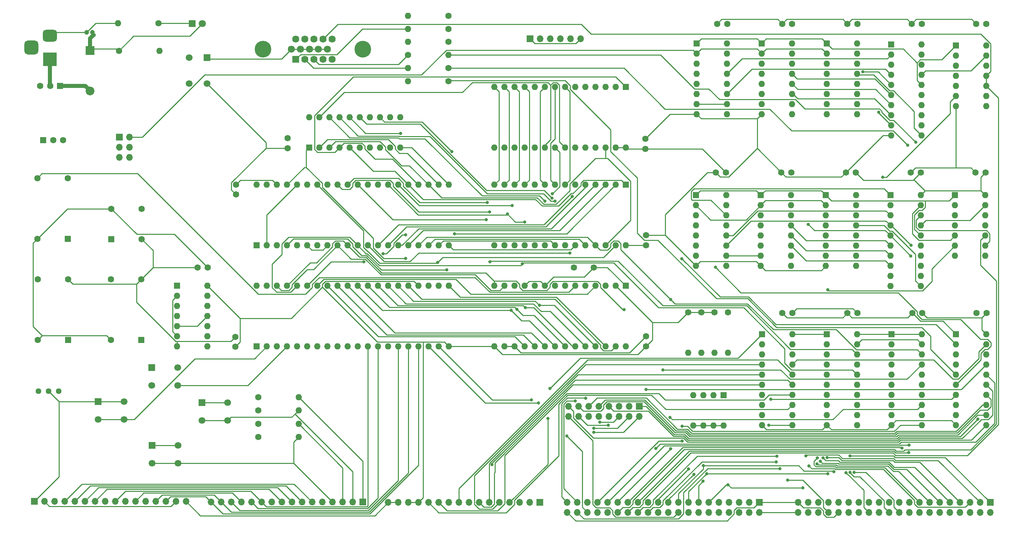
<source format=gbr>
%TF.GenerationSoftware,KiCad,Pcbnew,(6.0.7)*%
%TF.CreationDate,2022-09-15T06:49:02-04:00*%
%TF.ProjectId,6502,36353032-2e6b-4696-9361-645f70636258,1.2*%
%TF.SameCoordinates,Original*%
%TF.FileFunction,Copper,L1,Top*%
%TF.FilePolarity,Positive*%
%FSLAX46Y46*%
G04 Gerber Fmt 4.6, Leading zero omitted, Abs format (unit mm)*
G04 Created by KiCad (PCBNEW (6.0.7)) date 2022-09-15 06:49:02*
%MOMM*%
%LPD*%
G01*
G04 APERTURE LIST*
G04 Aperture macros list*
%AMRoundRect*
0 Rectangle with rounded corners*
0 $1 Rounding radius*
0 $2 $3 $4 $5 $6 $7 $8 $9 X,Y pos of 4 corners*
0 Add a 4 corners polygon primitive as box body*
4,1,4,$2,$3,$4,$5,$6,$7,$8,$9,$2,$3,0*
0 Add four circle primitives for the rounded corners*
1,1,$1+$1,$2,$3*
1,1,$1+$1,$4,$5*
1,1,$1+$1,$6,$7*
1,1,$1+$1,$8,$9*
0 Add four rect primitives between the rounded corners*
20,1,$1+$1,$2,$3,$4,$5,0*
20,1,$1+$1,$4,$5,$6,$7,0*
20,1,$1+$1,$6,$7,$8,$9,0*
20,1,$1+$1,$8,$9,$2,$3,0*%
G04 Aperture macros list end*
%TA.AperFunction,ComponentPad*%
%ADD10C,1.600000*%
%TD*%
%TA.AperFunction,ComponentPad*%
%ADD11O,1.600000X1.600000*%
%TD*%
%TA.AperFunction,ComponentPad*%
%ADD12R,1.700000X1.700000*%
%TD*%
%TA.AperFunction,ComponentPad*%
%ADD13C,1.700000*%
%TD*%
%TA.AperFunction,ComponentPad*%
%ADD14R,1.600000X1.600000*%
%TD*%
%TA.AperFunction,ComponentPad*%
%ADD15O,1.700000X1.700000*%
%TD*%
%TA.AperFunction,ComponentPad*%
%ADD16R,1.800000X1.800000*%
%TD*%
%TA.AperFunction,ComponentPad*%
%ADD17C,1.800000*%
%TD*%
%TA.AperFunction,ComponentPad*%
%ADD18R,3.500000X3.500000*%
%TD*%
%TA.AperFunction,ComponentPad*%
%ADD19RoundRect,0.750000X-1.000000X0.750000X-1.000000X-0.750000X1.000000X-0.750000X1.000000X0.750000X0*%
%TD*%
%TA.AperFunction,ComponentPad*%
%ADD20RoundRect,0.875000X-0.875000X0.875000X-0.875000X-0.875000X0.875000X-0.875000X0.875000X0.875000X0*%
%TD*%
%TA.AperFunction,ComponentPad*%
%ADD21C,1.440000*%
%TD*%
%TA.AperFunction,ComponentPad*%
%ADD22C,1.200000*%
%TD*%
%TA.AperFunction,ComponentPad*%
%ADD23R,1.785000X1.785000*%
%TD*%
%TA.AperFunction,ComponentPad*%
%ADD24C,1.785000*%
%TD*%
%TA.AperFunction,ComponentPad*%
%ADD25C,4.196000*%
%TD*%
%TA.AperFunction,ComponentPad*%
%ADD26R,2.200000X2.200000*%
%TD*%
%TA.AperFunction,ComponentPad*%
%ADD27O,2.200000X2.200000*%
%TD*%
%TA.AperFunction,ViaPad*%
%ADD28C,0.800000*%
%TD*%
%TA.AperFunction,Conductor*%
%ADD29C,1.000000*%
%TD*%
%TA.AperFunction,Conductor*%
%ADD30C,0.250000*%
%TD*%
G04 APERTURE END LIST*
D10*
%TO.P,R16,1*%
%TO.N,VCC*%
X255360800Y-142380000D03*
D11*
%TO.P,R16,2*%
%TO.N,/GAL3_I6*%
X255360800Y-152540000D03*
%TD*%
D12*
%TO.P,SW4,1,1*%
%TO.N,GND*%
X120625400Y-156296200D03*
D13*
X127125400Y-156296200D03*
%TO.P,SW4,2,2*%
%TO.N,/PA2*%
X120625400Y-160796200D03*
X127125400Y-160796200D03*
%TD*%
D14*
%TO.P,U19,1,~{MR}*%
%TO.N,/VGA/Horizontal/~{H_CLR}*%
X290128400Y-74813400D03*
D11*
%TO.P,U19,2,CP*%
%TO.N,/VGA_CLOCK*%
X290128400Y-77353400D03*
%TO.P,U19,3,D0*%
%TO.N,unconnected-(U19-Pad3)*%
X290128400Y-79893400D03*
%TO.P,U19,4,D1*%
%TO.N,unconnected-(U19-Pad4)*%
X290128400Y-82433400D03*
%TO.P,U19,5,D2*%
%TO.N,unconnected-(U19-Pad5)*%
X290128400Y-84973400D03*
%TO.P,U19,6,D3*%
%TO.N,unconnected-(U19-Pad6)*%
X290128400Y-87513400D03*
%TO.P,U19,7,CEP*%
%TO.N,VCC*%
X290128400Y-90053400D03*
%TO.P,U19,8,GND*%
%TO.N,GND*%
X290128400Y-92593400D03*
%TO.P,U19,9,~{PE}*%
%TO.N,VCC*%
X297748400Y-92593400D03*
%TO.P,U19,10,CET*%
%TO.N,/VGA/Horizontal/HCARRY2*%
X297748400Y-90053400D03*
%TO.P,U19,11,Q3*%
%TO.N,unconnected-(U19-Pad11)*%
X297748400Y-87513400D03*
%TO.P,U19,12,Q2*%
%TO.N,unconnected-(U19-Pad12)*%
X297748400Y-84973400D03*
%TO.P,U19,13,Q1*%
%TO.N,/H_Q9*%
X297748400Y-82433400D03*
%TO.P,U19,14,Q0*%
%TO.N,/H_Q8*%
X297748400Y-79893400D03*
%TO.P,U19,15,TC*%
%TO.N,unconnected-(U19-Pad15)*%
X297748400Y-77353400D03*
%TO.P,U19,16,VCC*%
%TO.N,VCC*%
X297748400Y-74813400D03*
%TD*%
D13*
%TO.P,SW5,1,1*%
%TO.N,GND*%
X127223800Y-175840200D03*
D12*
X120723800Y-175840200D03*
D13*
%TO.P,SW5,2,2*%
%TO.N,/PA3*%
X127223800Y-180340200D03*
X120723800Y-180340200D03*
%TD*%
D12*
%TO.P,J5,1,Pin_1*%
%TO.N,/PA0*%
X173652100Y-190078000D03*
D15*
%TO.P,J5,2,Pin_2*%
%TO.N,/PA1*%
X171112100Y-190078000D03*
%TO.P,J5,3,Pin_3*%
%TO.N,/PA2*%
X168572100Y-190078000D03*
%TO.P,J5,4,Pin_4*%
%TO.N,/PA3*%
X166032100Y-190078000D03*
%TO.P,J5,5,Pin_5*%
%TO.N,/PA4*%
X163492100Y-190078000D03*
%TO.P,J5,6,Pin_6*%
%TO.N,/PA5*%
X160952100Y-190078000D03*
%TO.P,J5,7,Pin_7*%
%TO.N,/PA6*%
X158412100Y-190078000D03*
%TO.P,J5,8,Pin_8*%
%TO.N,/PA7*%
X155872100Y-190078000D03*
%TO.P,J5,9,Pin_9*%
%TO.N,/PB0*%
X153332100Y-190078000D03*
%TO.P,J5,10,Pin_10*%
%TO.N,/PB1*%
X150792100Y-190078000D03*
%TO.P,J5,11,Pin_11*%
%TO.N,/PB2*%
X148252100Y-190078000D03*
%TO.P,J5,12,Pin_12*%
%TO.N,/PB3*%
X145712100Y-190078000D03*
%TO.P,J5,13,Pin_13*%
%TO.N,/PB4*%
X143172100Y-190078000D03*
%TO.P,J5,14,Pin_14*%
%TO.N,/PB5*%
X140632100Y-190078000D03*
%TO.P,J5,15,Pin_15*%
%TO.N,/PB6*%
X138092100Y-190078000D03*
%TO.P,J5,16,Pin_16*%
%TO.N,/PB7*%
X135552100Y-190078000D03*
%TD*%
D12*
%TO.P,J2,1,Pin_1*%
%TO.N,VCC*%
X273244200Y-190123400D03*
D15*
%TO.P,J2,2,Pin_2*%
%TO.N,GND*%
X273244200Y-192663400D03*
%TO.P,J2,3,Pin_3*%
%TO.N,/A0*%
X270704200Y-190123400D03*
%TO.P,J2,4,Pin_4*%
%TO.N,/D0*%
X270704200Y-192663400D03*
%TO.P,J2,5,Pin_5*%
%TO.N,/A1*%
X268164200Y-190123400D03*
%TO.P,J2,6,Pin_6*%
%TO.N,/D1*%
X268164200Y-192663400D03*
%TO.P,J2,7,Pin_7*%
%TO.N,/A2*%
X265624200Y-190123400D03*
%TO.P,J2,8,Pin_8*%
%TO.N,/D2*%
X265624200Y-192663400D03*
%TO.P,J2,9,Pin_9*%
%TO.N,/A3*%
X263084200Y-190123400D03*
%TO.P,J2,10,Pin_10*%
%TO.N,/D3*%
X263084200Y-192663400D03*
%TO.P,J2,11,Pin_11*%
%TO.N,/A4*%
X260544200Y-190123400D03*
%TO.P,J2,12,Pin_12*%
%TO.N,/D4*%
X260544200Y-192663400D03*
%TO.P,J2,13,Pin_13*%
%TO.N,/A5*%
X258004200Y-190123400D03*
%TO.P,J2,14,Pin_14*%
%TO.N,/D5*%
X258004200Y-192663400D03*
%TO.P,J2,15,Pin_15*%
%TO.N,/A6*%
X255464200Y-190123400D03*
%TO.P,J2,16,Pin_16*%
%TO.N,/D6*%
X255464200Y-192663400D03*
%TO.P,J2,17,Pin_17*%
%TO.N,/A7*%
X252924200Y-190123400D03*
%TO.P,J2,18,Pin_18*%
%TO.N,/D7*%
X252924200Y-192663400D03*
%TO.P,J2,19,Pin_19*%
%TO.N,/A8*%
X250384200Y-190123400D03*
%TO.P,J2,20,Pin_20*%
%TO.N,/CB1*%
X250384200Y-192663400D03*
%TO.P,J2,21,Pin_21*%
%TO.N,/A9*%
X247844200Y-190123400D03*
%TO.P,J2,22,Pin_22*%
%TO.N,/CB2*%
X247844200Y-192663400D03*
%TO.P,J2,23,Pin_23*%
%TO.N,/A10*%
X245304200Y-190123400D03*
%TO.P,J2,24,Pin_24*%
%TO.N,/~{HBLANK}*%
X245304200Y-192663400D03*
%TO.P,J2,25,Pin_25*%
%TO.N,/A11*%
X242764200Y-190123400D03*
%TO.P,J2,26,Pin_26*%
%TO.N,/~{VBLANK}*%
X242764200Y-192663400D03*
%TO.P,J2,27,Pin_27*%
%TO.N,/A12*%
X240224200Y-190123400D03*
%TO.P,J2,28,Pin_28*%
%TO.N,/~{HSYNC}*%
X240224200Y-192663400D03*
%TO.P,J2,29,Pin_29*%
%TO.N,/A13*%
X237684200Y-190123400D03*
%TO.P,J2,30,Pin_30*%
%TO.N,/~{VSYNC}*%
X237684200Y-192663400D03*
%TO.P,J2,31,Pin_31*%
%TO.N,/A14*%
X235144200Y-190123400D03*
%TO.P,J2,32,Pin_32*%
%TO.N,/PHI1*%
X235144200Y-192663400D03*
%TO.P,J2,33,Pin_33*%
%TO.N,/A15*%
X232604200Y-190123400D03*
%TO.P,J2,34,Pin_34*%
%TO.N,/CPU_CLOCK*%
X232604200Y-192663400D03*
%TO.P,J2,35,Pin_35*%
X230064200Y-190123400D03*
%TO.P,J2,36,Pin_36*%
%TO.N,/~{CPU_CLOCK}*%
X230064200Y-192663400D03*
%TO.P,J2,37,Pin_37*%
%TO.N,/~{IRQ}*%
X227524200Y-190123400D03*
%TO.P,J2,38,Pin_38*%
%TO.N,/~{DMA}*%
X227524200Y-192663400D03*
%TO.P,J2,39,Pin_39*%
%TO.N,/~{RW}*%
X224984200Y-190123400D03*
%TO.P,J2,40,Pin_40*%
%TO.N,VCC*%
X224984200Y-192663400D03*
%TD*%
D10*
%TO.P,C9,1*%
%TO.N,GND*%
X154767600Y-101132000D03*
%TO.P,C9,2*%
%TO.N,VCC*%
X154767600Y-98632000D03*
%TD*%
D12*
%TO.P,J7,1,Pin_1*%
%TO.N,/GAL0_I0*%
X218092000Y-190193500D03*
D15*
%TO.P,J7,2,Pin_2*%
%TO.N,/GAL0_I1*%
X215552000Y-190193500D03*
%TO.P,J7,3,Pin_3*%
%TO.N,/GAL0_I2*%
X213012000Y-190193500D03*
%TO.P,J7,4,Pin_4*%
%TO.N,/GAL0_I3*%
X210472000Y-190193500D03*
%TO.P,J7,5,Pin_5*%
%TO.N,/GAL3_I0*%
X207932000Y-190193500D03*
%TO.P,J7,6,Pin_6*%
%TO.N,/GAL3_I1*%
X205392000Y-190193500D03*
%TO.P,J7,7,Pin_7*%
%TO.N,/GAL3_I2*%
X202852000Y-190193500D03*
%TO.P,J7,8,Pin_8*%
%TO.N,/GAL0_O0*%
X200312000Y-190193500D03*
%TO.P,J7,9,Pin_9*%
%TO.N,/GAL3_O0*%
X197772000Y-190193500D03*
%TO.P,J7,10,Pin_10*%
%TO.N,/GAL3_O1*%
X195232000Y-190193500D03*
%TO.P,J7,11,Pin_11*%
%TO.N,/GAL3_O2*%
X192692000Y-190193500D03*
%TO.P,J7,12,Pin_12*%
%TO.N,/GAL3_O3*%
X190152000Y-190193500D03*
%TO.P,J7,13,Pin_13*%
%TO.N,VCC*%
X187612000Y-190193500D03*
%TO.P,J7,14,Pin_14*%
X185072000Y-190193500D03*
%TO.P,J7,15,Pin_15*%
%TO.N,GND*%
X182532000Y-190193500D03*
%TO.P,J7,16,Pin_16*%
X179992000Y-190193500D03*
%TD*%
D14*
%TO.P,U3,1,A14*%
%TO.N,/A14*%
X239675400Y-85765000D03*
D11*
%TO.P,U3,2,A12*%
%TO.N,/A12*%
X237135400Y-85765000D03*
%TO.P,U3,3,A7*%
%TO.N,/A7*%
X234595400Y-85765000D03*
%TO.P,U3,4,A6*%
%TO.N,/A6*%
X232055400Y-85765000D03*
%TO.P,U3,5,A5*%
%TO.N,/A5*%
X229515400Y-85765000D03*
%TO.P,U3,6,A4*%
%TO.N,/A4*%
X226975400Y-85765000D03*
%TO.P,U3,7,A3*%
%TO.N,/A3*%
X224435400Y-85765000D03*
%TO.P,U3,8,A2*%
%TO.N,/A2*%
X221895400Y-85765000D03*
%TO.P,U3,9,A1*%
%TO.N,/A1*%
X219355400Y-85765000D03*
%TO.P,U3,10,A0*%
%TO.N,/A0*%
X216815400Y-85765000D03*
%TO.P,U3,11,D0*%
%TO.N,/D0*%
X214275400Y-85765000D03*
%TO.P,U3,12,D1*%
%TO.N,/D1*%
X211735400Y-85765000D03*
%TO.P,U3,13,D2*%
%TO.N,/D2*%
X209195400Y-85765000D03*
%TO.P,U3,14,GND*%
%TO.N,GND*%
X206655400Y-85765000D03*
%TO.P,U3,15,D3*%
%TO.N,/D3*%
X206655400Y-101005000D03*
%TO.P,U3,16,D4*%
%TO.N,/D4*%
X209195400Y-101005000D03*
%TO.P,U3,17,D5*%
%TO.N,/D5*%
X211735400Y-101005000D03*
%TO.P,U3,18,D6*%
%TO.N,/D6*%
X214275400Y-101005000D03*
%TO.P,U3,19,D7*%
%TO.N,/D7*%
X216815400Y-101005000D03*
%TO.P,U3,20,~{CS}*%
%TO.N,/~{ROMCS}*%
X219355400Y-101005000D03*
%TO.P,U3,21,A10*%
%TO.N,/A10*%
X221895400Y-101005000D03*
%TO.P,U3,22,~{OE}*%
%TO.N,/~{ROMCS}*%
X224435400Y-101005000D03*
%TO.P,U3,23,A11*%
%TO.N,/A11*%
X226975400Y-101005000D03*
%TO.P,U3,24,A9*%
%TO.N,/A9*%
X229515400Y-101005000D03*
%TO.P,U3,25,A8*%
%TO.N,/A8*%
X232055400Y-101005000D03*
%TO.P,U3,26,A13*%
%TO.N,/A13*%
X234595400Y-101005000D03*
%TO.P,U3,27,~{WE}*%
%TO.N,VCC*%
X237135400Y-101005000D03*
%TO.P,U3,28,VCC*%
X239675400Y-101005000D03*
%TD*%
D14*
%TO.P,X3,1,EN*%
%TO.N,unconnected-(X3-Pad1)*%
X110515000Y-124007800D03*
D10*
%TO.P,X3,4,GND*%
%TO.N,GND*%
X118135000Y-124007800D03*
%TO.P,X3,5,OUT*%
%TO.N,/VGA/PHI3*%
X118135000Y-116387800D03*
%TO.P,X3,8,Vcc*%
%TO.N,VCC*%
X110515000Y-116387800D03*
%TD*%
%TO.P,C23,1*%
%TO.N,GND*%
X262639400Y-69900800D03*
%TO.P,C23,2*%
%TO.N,VCC*%
X265139400Y-69900800D03*
%TD*%
%TO.P,R9,1*%
%TO.N,/VGA/RGB2*%
X195147800Y-81031000D03*
D11*
%TO.P,R9,2*%
%TO.N,/VGA/VGA_BLUE*%
X184987800Y-81031000D03*
%TD*%
D10*
%TO.P,R14,1*%
%TO.N,VCC*%
X261964800Y-142380000D03*
D11*
%TO.P,R14,2*%
%TO.N,/GAL3_I4*%
X261964800Y-152540000D03*
%TD*%
D10*
%TO.P,C19,1*%
%TO.N,GND*%
X132175800Y-131170600D03*
%TO.P,C19,2*%
%TO.N,VCC*%
X134675800Y-131170600D03*
%TD*%
D14*
%TO.P,U17,1,A->B*%
%TO.N,GND*%
X322605000Y-147888800D03*
D11*
%TO.P,U17,2,A0*%
%TO.N,/VGA/RGB0*%
X322605000Y-150428800D03*
%TO.P,U17,3,A1*%
%TO.N,/VGA/RGB1*%
X322605000Y-152968800D03*
%TO.P,U17,4,A2*%
%TO.N,/VGA/RGB2*%
X322605000Y-155508800D03*
%TO.P,U17,5,A3*%
%TO.N,/VGA/RGB3*%
X322605000Y-158048800D03*
%TO.P,U17,6,A4*%
%TO.N,/VGA/RGB4*%
X322605000Y-160588800D03*
%TO.P,U17,7,A5*%
%TO.N,/VGA/RGB5*%
X322605000Y-163128800D03*
%TO.P,U17,8,A6*%
%TO.N,unconnected-(U17-Pad8)*%
X322605000Y-165668800D03*
%TO.P,U17,9,A7*%
%TO.N,unconnected-(U17-Pad9)*%
X322605000Y-168208800D03*
%TO.P,U17,10,GND*%
%TO.N,GND*%
X322605000Y-170748800D03*
%TO.P,U17,11,B7*%
%TO.N,/VGA/BD7*%
X330225000Y-170748800D03*
%TO.P,U17,12,B6*%
%TO.N,/VGA/BD6*%
X330225000Y-168208800D03*
%TO.P,U17,13,B5*%
%TO.N,/VGA/BD5*%
X330225000Y-165668800D03*
%TO.P,U17,14,B4*%
%TO.N,/VGA/BD4*%
X330225000Y-163128800D03*
%TO.P,U17,15,B3*%
%TO.N,/VGA/BD3*%
X330225000Y-160588800D03*
%TO.P,U17,16,B2*%
%TO.N,/VGA/BD2*%
X330225000Y-158048800D03*
%TO.P,U17,17,B1*%
%TO.N,/VGA/BD1*%
X330225000Y-155508800D03*
%TO.P,U17,18,B0*%
%TO.N,/VGA/BD0*%
X330225000Y-152968800D03*
%TO.P,U17,19,CE*%
%TO.N,/VGA/~{BDCS}*%
X330225000Y-150428800D03*
%TO.P,U17,20,VCC*%
%TO.N,VCC*%
X330225000Y-147888800D03*
%TD*%
D14*
%TO.P,U21,1,~{MR}*%
%TO.N,/VGA/Vertical/~{V_CLR}*%
X289899800Y-112974200D03*
D11*
%TO.P,U21,2,CP*%
%TO.N,/VGA/Horizontal/~{H_CLR}*%
X289899800Y-115514200D03*
%TO.P,U21,3,D0*%
%TO.N,unconnected-(U21-Pad3)*%
X289899800Y-118054200D03*
%TO.P,U21,4,D1*%
%TO.N,unconnected-(U21-Pad4)*%
X289899800Y-120594200D03*
%TO.P,U21,5,D2*%
%TO.N,unconnected-(U21-Pad5)*%
X289899800Y-123134200D03*
%TO.P,U21,6,D3*%
%TO.N,unconnected-(U21-Pad6)*%
X289899800Y-125674200D03*
%TO.P,U21,7,CEP*%
%TO.N,VCC*%
X289899800Y-128214200D03*
%TO.P,U21,8,GND*%
%TO.N,GND*%
X289899800Y-130754200D03*
%TO.P,U21,9,~{PE}*%
%TO.N,VCC*%
X297519800Y-130754200D03*
%TO.P,U21,10,CET*%
%TO.N,/VGA/Vertical/VCARRY2*%
X297519800Y-128214200D03*
%TO.P,U21,11,Q3*%
%TO.N,unconnected-(U21-Pad11)*%
X297519800Y-125674200D03*
%TO.P,U21,12,Q2*%
%TO.N,unconnected-(U21-Pad12)*%
X297519800Y-123134200D03*
%TO.P,U21,13,Q1*%
%TO.N,/V_Q9*%
X297519800Y-120594200D03*
%TO.P,U21,14,Q0*%
%TO.N,/V_Q8*%
X297519800Y-118054200D03*
%TO.P,U21,15,TC*%
%TO.N,unconnected-(U21-Pad15)*%
X297519800Y-115514200D03*
%TO.P,U21,16,VCC*%
%TO.N,VCC*%
X297519800Y-112974200D03*
%TD*%
D10*
%TO.P,C8,1*%
%TO.N,GND*%
X141670400Y-148559200D03*
%TO.P,C8,2*%
%TO.N,VCC*%
X141670400Y-151059200D03*
%TD*%
%TO.P,C22,1*%
%TO.N,GND*%
X279009700Y-142600600D03*
%TO.P,C22,2*%
%TO.N,VCC*%
X281509700Y-142600600D03*
%TD*%
D11*
%TO.P,U2,40,~{RES}*%
%TO.N,/~{RES}*%
X146989400Y-110342600D03*
%TO.P,U2,39,\u03D52*%
%TO.N,unconnected-(U2-Pad39)*%
X149529400Y-110342600D03*
%TO.P,U2,38,~{SO}*%
%TO.N,VCC*%
X152069400Y-110342600D03*
%TO.P,U2,37,\u03D50*%
%TO.N,/CPU_CLOCK*%
X154609400Y-110342600D03*
%TO.P,U2,36,BE*%
%TO.N,/CPU_READY*%
X157149400Y-110342600D03*
%TO.P,U2,35,nc*%
%TO.N,unconnected-(U2-Pad35)*%
X159689400Y-110342600D03*
%TO.P,U2,34,R/~{W}*%
%TO.N,/~{RW}*%
X162229400Y-110342600D03*
%TO.P,U2,33,D0*%
%TO.N,/D0*%
X164769400Y-110342600D03*
%TO.P,U2,32,D1*%
%TO.N,/D1*%
X167309400Y-110342600D03*
%TO.P,U2,31,D2*%
%TO.N,/D2*%
X169849400Y-110342600D03*
%TO.P,U2,30,D3*%
%TO.N,/D3*%
X172389400Y-110342600D03*
%TO.P,U2,29,D4*%
%TO.N,/D4*%
X174929400Y-110342600D03*
%TO.P,U2,28,D5*%
%TO.N,/D5*%
X177469400Y-110342600D03*
%TO.P,U2,27,D6*%
%TO.N,/D6*%
X180009400Y-110342600D03*
%TO.P,U2,26,D7*%
%TO.N,/D7*%
X182549400Y-110342600D03*
%TO.P,U2,25,A15*%
%TO.N,/A15*%
X185089400Y-110342600D03*
%TO.P,U2,24,A14*%
%TO.N,/A14*%
X187629400Y-110342600D03*
%TO.P,U2,23,A13*%
%TO.N,/A13*%
X190169400Y-110342600D03*
%TO.P,U2,22,A12*%
%TO.N,/A12*%
X192709400Y-110342600D03*
%TO.P,U2,21,VSS*%
%TO.N,GND*%
X195249400Y-110342600D03*
%TO.P,U2,20,A11*%
%TO.N,/A11*%
X195249400Y-125582600D03*
%TO.P,U2,19,A10*%
%TO.N,/A10*%
X192709400Y-125582600D03*
%TO.P,U2,18,A9*%
%TO.N,/A9*%
X190169400Y-125582600D03*
%TO.P,U2,17,A8*%
%TO.N,/A8*%
X187629400Y-125582600D03*
%TO.P,U2,16,A7*%
%TO.N,/A7*%
X185089400Y-125582600D03*
%TO.P,U2,15,A6*%
%TO.N,/A6*%
X182549400Y-125582600D03*
%TO.P,U2,14,A5*%
%TO.N,/A5*%
X180009400Y-125582600D03*
%TO.P,U2,13,A4*%
%TO.N,/A4*%
X177469400Y-125582600D03*
%TO.P,U2,12,A3*%
%TO.N,/A3*%
X174929400Y-125582600D03*
%TO.P,U2,11,A2*%
%TO.N,/A2*%
X172389400Y-125582600D03*
%TO.P,U2,10,A1*%
%TO.N,/A1*%
X169849400Y-125582600D03*
%TO.P,U2,9,A0*%
%TO.N,/A0*%
X167309400Y-125582600D03*
%TO.P,U2,8,VDD*%
%TO.N,VCC*%
X164769400Y-125582600D03*
%TO.P,U2,7,SYNC*%
%TO.N,unconnected-(U2-Pad7)*%
X162229400Y-125582600D03*
%TO.P,U2,6,~{NMI}*%
%TO.N,VCC*%
X159689400Y-125582600D03*
%TO.P,U2,5,~{ML}*%
%TO.N,unconnected-(U2-Pad5)*%
X157149400Y-125582600D03*
%TO.P,U2,4,~{IRQ}*%
%TO.N,/~{IRQ}*%
X154609400Y-125582600D03*
%TO.P,U2,3,\u03D51*%
%TO.N,unconnected-(U2-Pad3)*%
X152069400Y-125582600D03*
%TO.P,U2,2,RDY*%
%TO.N,/CPU_READY*%
X149529400Y-125582600D03*
D14*
%TO.P,U2,1,~{VP}*%
%TO.N,unconnected-(U2-Pad1)*%
X146989400Y-125582600D03*
%TD*%
D10*
%TO.P,C18,1*%
%TO.N,GND*%
X311499800Y-69900800D03*
%TO.P,C18,2*%
%TO.N,VCC*%
X313999800Y-69900800D03*
%TD*%
D14*
%TO.P,SW7,1*%
%TO.N,/GAL3_I3*%
X264225800Y-163267900D03*
D11*
%TO.P,SW7,2*%
%TO.N,/GAL3_I4*%
X261685800Y-163267900D03*
%TO.P,SW7,3*%
%TO.N,/GAL3_I5*%
X259145800Y-163267900D03*
%TO.P,SW7,4*%
%TO.N,/GAL3_I6*%
X256605800Y-163267900D03*
%TO.P,SW7,5*%
%TO.N,GND*%
X256605800Y-170887900D03*
%TO.P,SW7,6*%
X259145800Y-170887900D03*
%TO.P,SW7,7*%
X261685800Y-170887900D03*
%TO.P,SW7,8*%
X264225800Y-170887900D03*
%TD*%
D10*
%TO.P,C14,1*%
%TO.N,GND*%
X327695000Y-69905800D03*
%TO.P,C14,2*%
%TO.N,VCC*%
X330195000Y-69905800D03*
%TD*%
D14*
%TO.P,U15,1,A->B*%
%TO.N,VCC*%
X290179200Y-147888800D03*
D11*
%TO.P,U15,2,A0*%
%TO.N,/VGA/BA0*%
X290179200Y-150428800D03*
%TO.P,U15,3,A1*%
%TO.N,/VGA/BA1*%
X290179200Y-152968800D03*
%TO.P,U15,4,A2*%
%TO.N,/VGA/BA2*%
X290179200Y-155508800D03*
%TO.P,U15,5,A3*%
%TO.N,/VGA/BA3*%
X290179200Y-158048800D03*
%TO.P,U15,6,A4*%
%TO.N,/VGA/BA4*%
X290179200Y-160588800D03*
%TO.P,U15,7,A5*%
%TO.N,/VGA/BA5*%
X290179200Y-163128800D03*
%TO.P,U15,8,A6*%
%TO.N,/VGA/BA6*%
X290179200Y-165668800D03*
%TO.P,U15,9,A7*%
%TO.N,/VGA/BA7*%
X290179200Y-168208800D03*
%TO.P,U15,10,GND*%
%TO.N,GND*%
X290179200Y-170748800D03*
%TO.P,U15,11,B7*%
%TO.N,/A7*%
X297799200Y-170748800D03*
%TO.P,U15,12,B6*%
%TO.N,/A6*%
X297799200Y-168208800D03*
%TO.P,U15,13,B5*%
%TO.N,/A5*%
X297799200Y-165668800D03*
%TO.P,U15,14,B4*%
%TO.N,/A4*%
X297799200Y-163128800D03*
%TO.P,U15,15,B3*%
%TO.N,/A3*%
X297799200Y-160588800D03*
%TO.P,U15,16,B2*%
%TO.N,/A2*%
X297799200Y-158048800D03*
%TO.P,U15,17,B1*%
%TO.N,/A1*%
X297799200Y-155508800D03*
%TO.P,U15,18,B0*%
%TO.N,/A0*%
X297799200Y-152968800D03*
%TO.P,U15,19,CE*%
%TO.N,/VGA/~{BACS}*%
X297799200Y-150428800D03*
%TO.P,U15,20,VCC*%
%TO.N,VCC*%
X297799200Y-147888800D03*
%TD*%
D16*
%TO.P,D2,1,K*%
%TO.N,Net-(D2-Pad1)*%
X130830000Y-69804200D03*
D17*
%TO.P,D2,2,A*%
%TO.N,VCC*%
X133370000Y-69804200D03*
%TD*%
D10*
%TO.P,C3,1*%
%TO.N,GND*%
X244591200Y-98815200D03*
%TO.P,C3,2*%
%TO.N,VCC*%
X244591200Y-101315200D03*
%TD*%
%TO.P,C16,1*%
%TO.N,GND*%
X311271200Y-107243800D03*
%TO.P,C16,2*%
%TO.N,VCC*%
X313771200Y-107243800D03*
%TD*%
%TO.P,C6,1*%
%TO.N,GND*%
X244774400Y-148457600D03*
%TO.P,C6,2*%
%TO.N,VCC*%
X244774400Y-150957600D03*
%TD*%
%TO.P,R2,1*%
%TO.N,VCC*%
X112394600Y-76662200D03*
D11*
%TO.P,R2,2*%
%TO.N,/~{RES}*%
X122554600Y-76662200D03*
%TD*%
D10*
%TO.P,C10,1*%
%TO.N,GND*%
X295351200Y-69900800D03*
%TO.P,C10,2*%
%TO.N,VCC*%
X297851200Y-69900800D03*
%TD*%
D14*
%TO.P,U18,1,~{MR}*%
%TO.N,/VGA/Horizontal/~{H_CLR}*%
X273808900Y-74813400D03*
D11*
%TO.P,U18,2,CP*%
%TO.N,/VGA_CLOCK*%
X273808900Y-77353400D03*
%TO.P,U18,3,D0*%
%TO.N,unconnected-(U18-Pad3)*%
X273808900Y-79893400D03*
%TO.P,U18,4,D1*%
%TO.N,unconnected-(U18-Pad4)*%
X273808900Y-82433400D03*
%TO.P,U18,5,D2*%
%TO.N,unconnected-(U18-Pad5)*%
X273808900Y-84973400D03*
%TO.P,U18,6,D3*%
%TO.N,unconnected-(U18-Pad6)*%
X273808900Y-87513400D03*
%TO.P,U18,7,CEP*%
%TO.N,VCC*%
X273808900Y-90053400D03*
%TO.P,U18,8,GND*%
%TO.N,GND*%
X273808900Y-92593400D03*
%TO.P,U18,9,~{PE}*%
%TO.N,VCC*%
X281428900Y-92593400D03*
%TO.P,U18,10,CET*%
%TO.N,/VGA/Horizontal/HCARRY1*%
X281428900Y-90053400D03*
%TO.P,U18,11,Q3*%
%TO.N,/H_Q7*%
X281428900Y-87513400D03*
%TO.P,U18,12,Q2*%
%TO.N,/H_Q6*%
X281428900Y-84973400D03*
%TO.P,U18,13,Q1*%
%TO.N,/H_Q5*%
X281428900Y-82433400D03*
%TO.P,U18,14,Q0*%
%TO.N,/H_Q4*%
X281428900Y-79893400D03*
%TO.P,U18,15,TC*%
%TO.N,/VGA/Horizontal/HCARRY2*%
X281428900Y-77353400D03*
%TO.P,U18,16,VCC*%
%TO.N,VCC*%
X281428900Y-74813400D03*
%TD*%
D10*
%TO.P,R7,1*%
%TO.N,/VGA/RGB0*%
X195147800Y-74404200D03*
D11*
%TO.P,R7,2*%
%TO.N,/VGA/VGA_GREEN*%
X184987800Y-74404200D03*
%TD*%
D13*
%TO.P,SW2,1,1*%
%TO.N,GND*%
X113723800Y-164840200D03*
D12*
X107223800Y-164840200D03*
D13*
%TO.P,SW2,2,2*%
%TO.N,/PA0*%
X107223800Y-169340200D03*
X113723800Y-169340200D03*
%TD*%
D10*
%TO.P,R1,1*%
%TO.N,Net-(D2-Pad1)*%
X122300600Y-69753400D03*
D11*
%TO.P,R1,2*%
%TO.N,GND*%
X112140600Y-69753400D03*
%TD*%
D14*
%TO.P,U11,1,~{MR}*%
%TO.N,/VGA/Vertical/~{V_CLR}*%
X257260800Y-112974200D03*
D11*
%TO.P,U11,2,CP*%
%TO.N,/VGA/Horizontal/~{H_CLR}*%
X257260800Y-115514200D03*
%TO.P,U11,3,D0*%
%TO.N,unconnected-(U11-Pad3)*%
X257260800Y-118054200D03*
%TO.P,U11,4,D1*%
%TO.N,unconnected-(U11-Pad4)*%
X257260800Y-120594200D03*
%TO.P,U11,5,D2*%
%TO.N,unconnected-(U11-Pad5)*%
X257260800Y-123134200D03*
%TO.P,U11,6,D3*%
%TO.N,unconnected-(U11-Pad6)*%
X257260800Y-125674200D03*
%TO.P,U11,7,CEP*%
%TO.N,VCC*%
X257260800Y-128214200D03*
%TO.P,U11,8,GND*%
%TO.N,GND*%
X257260800Y-130754200D03*
%TO.P,U11,9,~{PE}*%
%TO.N,VCC*%
X264880800Y-130754200D03*
%TO.P,U11,10,CET*%
X264880800Y-128214200D03*
%TO.P,U11,11,Q3*%
%TO.N,/V_Q3*%
X264880800Y-125674200D03*
%TO.P,U11,12,Q2*%
%TO.N,/V_Q2*%
X264880800Y-123134200D03*
%TO.P,U11,13,Q1*%
%TO.N,/V_Q1*%
X264880800Y-120594200D03*
%TO.P,U11,14,Q0*%
%TO.N,/V_Q0*%
X264880800Y-118054200D03*
%TO.P,U11,15,TC*%
%TO.N,/VGA/Vertical/VCARRY1*%
X264880800Y-115514200D03*
%TO.P,U11,16,VCC*%
%TO.N,VCC*%
X264880800Y-112974200D03*
%TD*%
D14*
%TO.P,U5,1,VSS*%
%TO.N,GND*%
X146989400Y-150982600D03*
D11*
%TO.P,U5,2,PA0*%
%TO.N,/PA0*%
X149529400Y-150982600D03*
%TO.P,U5,3,PA1*%
%TO.N,/PA1*%
X152069400Y-150982600D03*
%TO.P,U5,4,PA2*%
%TO.N,/PA2*%
X154609400Y-150982600D03*
%TO.P,U5,5,PA3*%
%TO.N,/PA3*%
X157149400Y-150982600D03*
%TO.P,U5,6,PA4*%
%TO.N,/PA4*%
X159689400Y-150982600D03*
%TO.P,U5,7,PA5*%
%TO.N,/PA5*%
X162229400Y-150982600D03*
%TO.P,U5,8,PA6*%
%TO.N,/PA6*%
X164769400Y-150982600D03*
%TO.P,U5,9,PA7*%
%TO.N,/PA7*%
X167309400Y-150982600D03*
%TO.P,U5,10,PB0*%
%TO.N,/PB0*%
X169849400Y-150982600D03*
%TO.P,U5,11,PB1*%
%TO.N,/PB1*%
X172389400Y-150982600D03*
%TO.P,U5,12,PB2*%
%TO.N,/PB2*%
X174929400Y-150982600D03*
%TO.P,U5,13,PB3*%
%TO.N,/PB3*%
X177469400Y-150982600D03*
%TO.P,U5,14,PB4*%
%TO.N,/PB4*%
X180009400Y-150982600D03*
%TO.P,U5,15,PB5*%
%TO.N,/PB5*%
X182549400Y-150982600D03*
%TO.P,U5,16,PB6*%
%TO.N,/PB6*%
X185089400Y-150982600D03*
%TO.P,U5,17,PB7*%
%TO.N,/PB7*%
X187629400Y-150982600D03*
%TO.P,U5,18,CB1*%
%TO.N,/CB1*%
X190169400Y-150982600D03*
%TO.P,U5,19,CB2*%
%TO.N,/CB2*%
X192709400Y-150982600D03*
%TO.P,U5,20,VCC*%
%TO.N,VCC*%
X195249400Y-150982600D03*
%TO.P,U5,21,~{IRQ}*%
%TO.N,/~{IRQ}*%
X195249400Y-135742600D03*
%TO.P,U5,22,R/~{W}*%
%TO.N,/~{RW}*%
X192709400Y-135742600D03*
%TO.P,U5,23,~{CS2}*%
%TO.N,/~{VIACS}*%
X190169400Y-135742600D03*
%TO.P,U5,24,CS1*%
%TO.N,VCC*%
X187629400Y-135742600D03*
%TO.P,U5,25,\u03D52*%
%TO.N,/CPU_CLOCK*%
X185089400Y-135742600D03*
%TO.P,U5,26,D7*%
%TO.N,/D7*%
X182549400Y-135742600D03*
%TO.P,U5,27,D6*%
%TO.N,/D6*%
X180009400Y-135742600D03*
%TO.P,U5,28,D5*%
%TO.N,/D5*%
X177469400Y-135742600D03*
%TO.P,U5,29,D4*%
%TO.N,/D4*%
X174929400Y-135742600D03*
%TO.P,U5,30,D3*%
%TO.N,/D3*%
X172389400Y-135742600D03*
%TO.P,U5,31,D2*%
%TO.N,/D2*%
X169849400Y-135742600D03*
%TO.P,U5,32,D1*%
%TO.N,/D1*%
X167309400Y-135742600D03*
%TO.P,U5,33,D0*%
%TO.N,/D0*%
X164769400Y-135742600D03*
%TO.P,U5,34,~{RES}*%
%TO.N,/~{RES}*%
X162229400Y-135742600D03*
%TO.P,U5,35,RS3*%
%TO.N,/A3*%
X159689400Y-135742600D03*
%TO.P,U5,36,RS2*%
%TO.N,/A2*%
X157149400Y-135742600D03*
%TO.P,U5,37,RS1*%
%TO.N,/A1*%
X154609400Y-135742600D03*
%TO.P,U5,38,RS0*%
%TO.N,/A0*%
X152069400Y-135742600D03*
%TO.P,U5,39,CA2*%
%TO.N,/CA2*%
X149529400Y-135742600D03*
%TO.P,U5,40,CA1*%
%TO.N,/CA1*%
X146989400Y-135742600D03*
%TD*%
D14*
%TO.P,X2,1,EN*%
%TO.N,unconnected-(X2-Pad1)*%
X99542200Y-123906200D03*
D10*
%TO.P,X2,7,GND*%
%TO.N,GND*%
X99542200Y-108666200D03*
%TO.P,X2,8,OUT*%
%TO.N,/PHI2*%
X91922200Y-108666200D03*
%TO.P,X2,14,Vcc*%
%TO.N,VCC*%
X91922200Y-123906200D03*
%TD*%
D18*
%TO.P,J1,1*%
%TO.N,Net-(J1-Pad1)*%
X95114900Y-78852200D03*
D19*
%TO.P,J1,2*%
%TO.N,GND*%
X95114900Y-72852200D03*
D20*
%TO.P,J1,3*%
%TO.N,N/C*%
X90414900Y-75852200D03*
%TD*%
D10*
%TO.P,R4,1*%
%TO.N,VCC*%
X147375400Y-167026200D03*
D11*
%TO.P,R4,2*%
%TO.N,/PA1*%
X157535400Y-167026200D03*
%TD*%
D14*
%TO.P,U7,1,I1/CLK*%
%TO.N,/H_Q0*%
X306346300Y-75097400D03*
D11*
%TO.P,U7,2,I2*%
%TO.N,/H_Q1*%
X306346300Y-77637400D03*
%TO.P,U7,3,I3*%
%TO.N,/H_Q2*%
X306346300Y-80177400D03*
%TO.P,U7,4,I4*%
%TO.N,/H_Q3*%
X306346300Y-82717400D03*
%TO.P,U7,5,I5*%
%TO.N,/H_Q4*%
X306346300Y-85257400D03*
%TO.P,U7,6,I6*%
%TO.N,/H_Q5*%
X306346300Y-87797400D03*
%TO.P,U7,7,I7*%
%TO.N,/H_Q6*%
X306346300Y-90337400D03*
%TO.P,U7,8,I8*%
%TO.N,/H_Q7*%
X306346300Y-92877400D03*
%TO.P,U7,9,I9*%
%TO.N,/H_Q8*%
X306346300Y-95417400D03*
%TO.P,U7,10,GND*%
%TO.N,GND*%
X306346300Y-97957400D03*
%TO.P,U7,11,I10/~{OE}*%
%TO.N,/H_Q9*%
X313966300Y-97957400D03*
%TO.P,U7,12,IO8*%
%TO.N,/VGA/Horizontal/GAL1_O3*%
X313966300Y-95417400D03*
%TO.P,U7,13,IO7*%
%TO.N,/VGA/Horizontal/GAL1_O2*%
X313966300Y-92877400D03*
%TO.P,U7,14,IO6*%
%TO.N,/VGA/Horizontal/GAL1_O1*%
X313966300Y-90337400D03*
%TO.P,U7,15,IO5*%
%TO.N,/VGA/Horizontal/GAL1_O0*%
X313966300Y-87797400D03*
%TO.P,U7,16,IO4*%
%TO.N,/VGA/Horizontal/~{H_CLR}*%
X313966300Y-85257400D03*
%TO.P,U7,17,I03*%
%TO.N,/VGA/Horizontal/~{H_SP}*%
X313966300Y-82717400D03*
%TO.P,U7,18,IO2*%
%TO.N,/VGA/Horizontal/~{H_FP}*%
X313966300Y-80177400D03*
%TO.P,U7,19,IO1*%
%TO.N,/VGA/Horizontal/~{H_VA}*%
X313966300Y-77637400D03*
%TO.P,U7,20,VCC*%
%TO.N,VCC*%
X313966300Y-75097400D03*
%TD*%
D10*
%TO.P,C4,1*%
%TO.N,GND*%
X244774400Y-123057600D03*
%TO.P,C4,2*%
%TO.N,VCC*%
X244774400Y-125557600D03*
%TD*%
D14*
%TO.P,SW8,1,A*%
%TO.N,Net-(D1-Pad2)*%
X97657500Y-85536300D03*
D10*
%TO.P,SW8,2,B*%
%TO.N,Net-(J1-Pad1)*%
X95157500Y-85536300D03*
%TO.P,SW8,3,C*%
%TO.N,unconnected-(SW8-Pad3)*%
X92657500Y-85536300D03*
%TD*%
D13*
%TO.P,SW3,1,1*%
%TO.N,GND*%
X139723800Y-165090200D03*
D12*
X133223800Y-165090200D03*
D13*
%TO.P,SW3,2,2*%
%TO.N,/PA1*%
X139723800Y-169590200D03*
X133223800Y-169590200D03*
%TD*%
D14*
%TO.P,U14,1,~{R}*%
%TO.N,unconnected-(U14-Pad1)*%
X127025000Y-135691800D03*
D11*
%TO.P,U14,2,D*%
%TO.N,Net-(U14-Pad2)*%
X127025000Y-138231800D03*
%TO.P,U14,3,C*%
%TO.N,/VGA/VC_0*%
X127025000Y-140771800D03*
%TO.P,U14,4,~{S}*%
%TO.N,unconnected-(U14-Pad4)*%
X127025000Y-143311800D03*
%TO.P,U14,5,Q*%
%TO.N,/VGA/VC_1*%
X127025000Y-145851800D03*
%TO.P,U14,6,~{Q}*%
%TO.N,Net-(U14-Pad2)*%
X127025000Y-148391800D03*
%TO.P,U14,7,GND*%
%TO.N,GND*%
X127025000Y-150931800D03*
%TO.P,U14,8,~{Q}*%
%TO.N,Net-(U14-Pad12)*%
X134645000Y-150931800D03*
%TO.P,U14,9,Q*%
%TO.N,/VGA/VC_2*%
X134645000Y-148391800D03*
%TO.P,U14,10,~{S}*%
%TO.N,unconnected-(U14-Pad10)*%
X134645000Y-145851800D03*
%TO.P,U14,11,C*%
%TO.N,/VGA/VC_1*%
X134645000Y-143311800D03*
%TO.P,U14,12,D*%
%TO.N,Net-(U14-Pad12)*%
X134645000Y-140771800D03*
%TO.P,U14,13,~{R}*%
%TO.N,unconnected-(U14-Pad13)*%
X134645000Y-138231800D03*
%TO.P,U14,14,VCC*%
%TO.N,VCC*%
X134645000Y-135691800D03*
%TD*%
D21*
%TO.P,RV1,1,1*%
%TO.N,/CNTRST*%
X97256200Y-162209400D03*
%TO.P,RV1,2,2*%
%TO.N,GND*%
X94716200Y-162209400D03*
%TO.P,RV1,3,3*%
%TO.N,unconnected-(RV1-Pad3)*%
X92176200Y-162209400D03*
%TD*%
D10*
%TO.P,C20,1*%
%TO.N,GND*%
X327527200Y-107243800D03*
%TO.P,C20,2*%
%TO.N,VCC*%
X330027200Y-107243800D03*
%TD*%
%TO.P,R11,1*%
%TO.N,/VGA/RGB4*%
X195147800Y-67924600D03*
D11*
%TO.P,R11,2*%
%TO.N,/VGA/VGA_RED*%
X184987800Y-67924600D03*
%TD*%
D12*
%TO.P,J4,1,Pin_1*%
%TO.N,GND*%
X215671000Y-73665000D03*
D15*
%TO.P,J4,2,Pin_2*%
%TO.N,/UART_TX*%
X218211000Y-73665000D03*
%TO.P,J4,3,Pin_3*%
%TO.N,/UART_RX*%
X220751000Y-73665000D03*
%TO.P,J4,4,Pin_4*%
%TO.N,unconnected-(J4-Pad4)*%
X223291000Y-73665000D03*
%TO.P,J4,5,Pin_5*%
%TO.N,/~{UART_RTS}*%
X225831000Y-73665000D03*
%TO.P,J4,6,Pin_6*%
%TO.N,GND*%
X228371000Y-73665000D03*
%TD*%
D10*
%TO.P,R10,1*%
%TO.N,/VGA/RGB3*%
X195117000Y-84347000D03*
D11*
%TO.P,R10,2*%
%TO.N,/VGA/VGA_BLUE*%
X184957000Y-84347000D03*
%TD*%
D10*
%TO.P,R13,1*%
%TO.N,VCC*%
X265368400Y-142380000D03*
D11*
%TO.P,R13,2*%
%TO.N,/GAL3_I3*%
X265368400Y-152540000D03*
%TD*%
D10*
%TO.P,R12,1*%
%TO.N,/VGA/RGB5*%
X195147800Y-71175800D03*
D11*
%TO.P,R12,2*%
%TO.N,/VGA/VGA_RED*%
X184987800Y-71175800D03*
%TD*%
D14*
%TO.P,U10,1*%
%TO.N,/VGA/Horizontal/~{H_CLR}*%
X322554200Y-75387200D03*
D11*
%TO.P,U10,2*%
%TO.N,/~{HBLANK}*%
X322554200Y-77927200D03*
%TO.P,U10,3*%
%TO.N,Net-(U10-Pad3)*%
X322554200Y-80467200D03*
%TO.P,U10,4*%
X322554200Y-83007200D03*
%TO.P,U10,5*%
%TO.N,/VGA/Horizontal/~{H_VA}*%
X322554200Y-85547200D03*
%TO.P,U10,6*%
%TO.N,/~{HBLANK}*%
X322554200Y-88087200D03*
%TO.P,U10,7,GND*%
%TO.N,GND*%
X322554200Y-90627200D03*
%TO.P,U10,8*%
%TO.N,Net-(U10-Pad12)*%
X330174200Y-90627200D03*
%TO.P,U10,9*%
%TO.N,/VGA/Horizontal/~{H_FP}*%
X330174200Y-88087200D03*
%TO.P,U10,10*%
%TO.N,/~{HSYNC}*%
X330174200Y-85547200D03*
%TO.P,U10,11*%
X330174200Y-83007200D03*
%TO.P,U10,12*%
%TO.N,Net-(U10-Pad12)*%
X330174200Y-80467200D03*
%TO.P,U10,13*%
%TO.N,/VGA/Horizontal/~{H_SP}*%
X330174200Y-77927200D03*
%TO.P,U10,14,VCC*%
%TO.N,VCC*%
X330174200Y-75387200D03*
%TD*%
D14*
%TO.P,X4,1,EN*%
%TO.N,unconnected-(X4-Pad1)*%
X118033400Y-149357000D03*
D10*
%TO.P,X4,7,GND*%
%TO.N,GND*%
X118033400Y-134117000D03*
%TO.P,X4,8,OUT*%
%TO.N,/VGA/PHI4*%
X110413400Y-134117000D03*
%TO.P,X4,14,Vcc*%
%TO.N,VCC*%
X110413400Y-149357000D03*
%TD*%
%TO.P,C7,1*%
%TO.N,GND*%
X311627200Y-142600600D03*
%TO.P,C7,2*%
%TO.N,VCC*%
X314127200Y-142600600D03*
%TD*%
%TO.P,R3,1*%
%TO.N,VCC*%
X147375400Y-163733400D03*
D11*
%TO.P,R3,2*%
%TO.N,/PA0*%
X157535400Y-163733400D03*
%TD*%
D14*
%TO.P,U1,1,I1/CLK*%
%TO.N,/CPU_CLOCK*%
X160161600Y-101015000D03*
D11*
%TO.P,U1,2,I2*%
%TO.N,/A12*%
X162701600Y-101015000D03*
%TO.P,U1,3,I3*%
%TO.N,/A13*%
X165241600Y-101015000D03*
%TO.P,U1,4,I4*%
%TO.N,/A14*%
X167781600Y-101015000D03*
%TO.P,U1,5,I5*%
%TO.N,/A15*%
X170321600Y-101015000D03*
%TO.P,U1,6,I6*%
%TO.N,/~{DMA}*%
X172861600Y-101015000D03*
%TO.P,U1,7,I7*%
%TO.N,/GAL0_I0*%
X175401600Y-101015000D03*
%TO.P,U1,8,I8*%
%TO.N,/GAL0_I1*%
X177941600Y-101015000D03*
%TO.P,U1,9,I9*%
%TO.N,/GAL0_I2*%
X180481600Y-101015000D03*
%TO.P,U1,10,GND*%
%TO.N,GND*%
X183021600Y-101015000D03*
%TO.P,U1,11,I10/~{OE}*%
%TO.N,/GAL0_I3*%
X183021600Y-93395000D03*
%TO.P,U1,12,IO8*%
%TO.N,/GAL0_O0*%
X180481600Y-93395000D03*
%TO.P,U1,13,IO7*%
%TO.N,/~{CPU_CLOCK}*%
X177941600Y-93395000D03*
%TO.P,U1,14,IO6*%
%TO.N,/CPU_READY*%
X175401600Y-93395000D03*
%TO.P,U1,15,IO5*%
%TO.N,/~{ACIACS}*%
X172861600Y-93395000D03*
%TO.P,U1,16,IO4*%
%TO.N,/~{VIACS}*%
X170321600Y-93395000D03*
%TO.P,U1,17,I03*%
%TO.N,/~{RAMOE}*%
X167781600Y-93395000D03*
%TO.P,U1,18,IO2*%
%TO.N,/~{RAMCS}*%
X165241600Y-93395000D03*
%TO.P,U1,19,IO1*%
%TO.N,/~{ROMCS}*%
X162701600Y-93395000D03*
%TO.P,U1,20,VCC*%
%TO.N,VCC*%
X160161600Y-93395000D03*
%TD*%
D14*
%TO.P,U9,1,I1/CLK*%
%TO.N,/~{CPU_CLOCK}*%
X273859700Y-147888800D03*
D11*
%TO.P,U9,2,I2*%
%TO.N,/~{HBLANK}*%
X273859700Y-150428800D03*
%TO.P,U9,3,I3*%
%TO.N,/~{VBLANK}*%
X273859700Y-152968800D03*
%TO.P,U9,4,I4*%
%TO.N,/GAL3_I0*%
X273859700Y-155508800D03*
%TO.P,U9,5,I5*%
%TO.N,/GAL3_I1*%
X273859700Y-158048800D03*
%TO.P,U9,6,I6*%
%TO.N,/GAL3_I2*%
X273859700Y-160588800D03*
%TO.P,U9,7,I7*%
%TO.N,/GAL3_I3*%
X273859700Y-163128800D03*
%TO.P,U9,8,I8*%
%TO.N,/GAL3_I4*%
X273859700Y-165668800D03*
%TO.P,U9,9,I9*%
%TO.N,/GAL3_I5*%
X273859700Y-168208800D03*
%TO.P,U9,10,GND*%
%TO.N,GND*%
X273859700Y-170748800D03*
%TO.P,U9,11,I10/~{OE}*%
%TO.N,/GAL3_I6*%
X281479700Y-170748800D03*
%TO.P,U9,12,IO8*%
%TO.N,/GAL3_O4*%
X281479700Y-168208800D03*
%TO.P,U9,13,IO7*%
%TO.N,/GAL3_O3*%
X281479700Y-165668800D03*
%TO.P,U9,14,IO6*%
%TO.N,/GAL3_O2*%
X281479700Y-163128800D03*
%TO.P,U9,15,IO5*%
%TO.N,/GAL3_O1*%
X281479700Y-160588800D03*
%TO.P,U9,16,IO4*%
%TO.N,/GAL3_O0*%
X281479700Y-158048800D03*
%TO.P,U9,17,I03*%
%TO.N,/VGA/~{BDCS}*%
X281479700Y-155508800D03*
%TO.P,U9,18,IO2*%
%TO.N,/VGA/~{BACS}*%
X281479700Y-152968800D03*
%TO.P,U9,19,IO1*%
%TO.N,/~{DMA}*%
X281479700Y-150428800D03*
%TO.P,U9,20,VCC*%
%TO.N,VCC*%
X281479700Y-147888800D03*
%TD*%
D13*
%TO.P,SW1,1,1*%
%TO.N,GND*%
X134507400Y-84890600D03*
D12*
X134507400Y-78390600D03*
D13*
%TO.P,SW1,2,2*%
%TO.N,/~{RES}*%
X130007400Y-78390600D03*
X130007400Y-84890600D03*
%TD*%
D10*
%TO.P,R5,1*%
%TO.N,VCC*%
X147375400Y-170469800D03*
D11*
%TO.P,R5,2*%
%TO.N,/PA2*%
X157535400Y-170469800D03*
%TD*%
D14*
%TO.P,U12,1,I1/CLK*%
%TO.N,/V_Q0*%
X306117700Y-112974200D03*
D11*
%TO.P,U12,2,I2*%
%TO.N,/V_Q1*%
X306117700Y-115514200D03*
%TO.P,U12,3,I3*%
%TO.N,/V_Q2*%
X306117700Y-118054200D03*
%TO.P,U12,4,I4*%
%TO.N,/V_Q3*%
X306117700Y-120594200D03*
%TO.P,U12,5,I5*%
%TO.N,/V_Q4*%
X306117700Y-123134200D03*
%TO.P,U12,6,I6*%
%TO.N,/V_Q5*%
X306117700Y-125674200D03*
%TO.P,U12,7,I7*%
%TO.N,/V_Q6*%
X306117700Y-128214200D03*
%TO.P,U12,8,I8*%
%TO.N,/V_Q7*%
X306117700Y-130754200D03*
%TO.P,U12,9,I9*%
%TO.N,/V_Q8*%
X306117700Y-133294200D03*
%TO.P,U12,10,GND*%
%TO.N,GND*%
X306117700Y-135834200D03*
%TO.P,U12,11,I10/~{OE}*%
%TO.N,/V_Q9*%
X313737700Y-135834200D03*
%TO.P,U12,12,IO8*%
%TO.N,/VGA/Vertical/GAL2_O3*%
X313737700Y-133294200D03*
%TO.P,U12,13,IO7*%
%TO.N,/VGA/Vertical/GAL2_O2*%
X313737700Y-130754200D03*
%TO.P,U12,14,IO6*%
%TO.N,/VGA/Vertical/GAL2_O1*%
X313737700Y-128214200D03*
%TO.P,U12,15,IO5*%
%TO.N,/VGA/Vertical/GAL2_O0*%
X313737700Y-125674200D03*
%TO.P,U12,16,IO4*%
%TO.N,/VGA/Vertical/~{V_CLR}*%
X313737700Y-123134200D03*
%TO.P,U12,17,I03*%
%TO.N,/VGA/Vertical/~{V_SP}*%
X313737700Y-120594200D03*
%TO.P,U12,18,IO2*%
%TO.N,/VGA/Vertical/~{V_FP}*%
X313737700Y-118054200D03*
%TO.P,U12,19,IO1*%
%TO.N,/VGA/Vertical/~{V_VA}*%
X313737700Y-115514200D03*
%TO.P,U12,20,VCC*%
%TO.N,VCC*%
X313737700Y-112974200D03*
%TD*%
D22*
%TO.P,C1,1*%
%TO.N,VCC*%
X105778600Y-72039400D03*
%TO.P,C1,2*%
%TO.N,GND*%
X104278600Y-72039400D03*
%TD*%
D14*
%TO.P,U4,1,A14*%
%TO.N,/A15*%
X239709400Y-110332600D03*
D11*
%TO.P,U4,2,A12*%
%TO.N,/A12*%
X237169400Y-110332600D03*
%TO.P,U4,3,A7*%
%TO.N,/A7*%
X234629400Y-110332600D03*
%TO.P,U4,4,A6*%
%TO.N,/A6*%
X232089400Y-110332600D03*
%TO.P,U4,5,A5*%
%TO.N,/A5*%
X229549400Y-110332600D03*
%TO.P,U4,6,A4*%
%TO.N,/A4*%
X227009400Y-110332600D03*
%TO.P,U4,7,A3*%
%TO.N,/A3*%
X224469400Y-110332600D03*
%TO.P,U4,8,A2*%
%TO.N,/A2*%
X221929400Y-110332600D03*
%TO.P,U4,9,A1*%
%TO.N,/A1*%
X219389400Y-110332600D03*
%TO.P,U4,10,A0*%
%TO.N,/A0*%
X216849400Y-110332600D03*
%TO.P,U4,11,Q0*%
%TO.N,/D0*%
X214309400Y-110332600D03*
%TO.P,U4,12,Q1*%
%TO.N,/D1*%
X211769400Y-110332600D03*
%TO.P,U4,13,Q2*%
%TO.N,/D2*%
X209229400Y-110332600D03*
%TO.P,U4,14,GND*%
%TO.N,GND*%
X206689400Y-110332600D03*
%TO.P,U4,15,Q3*%
%TO.N,/D3*%
X206689400Y-125572600D03*
%TO.P,U4,16,Q4*%
%TO.N,/D4*%
X209229400Y-125572600D03*
%TO.P,U4,17,Q5*%
%TO.N,/D5*%
X211769400Y-125572600D03*
%TO.P,U4,18,Q6*%
%TO.N,/D6*%
X214309400Y-125572600D03*
%TO.P,U4,19,Q7*%
%TO.N,/D7*%
X216849400Y-125572600D03*
%TO.P,U4,20,~{CS}*%
%TO.N,/~{RAMCS}*%
X219389400Y-125572600D03*
%TO.P,U4,21,A10*%
%TO.N,/A10*%
X221929400Y-125572600D03*
%TO.P,U4,22,~{OE}*%
%TO.N,/~{RAMOE}*%
X224469400Y-125572600D03*
%TO.P,U4,23,A11*%
%TO.N,/A11*%
X227009400Y-125572600D03*
%TO.P,U4,24,A9*%
%TO.N,/A9*%
X229549400Y-125572600D03*
%TO.P,U4,25,A8*%
%TO.N,/A8*%
X232089400Y-125572600D03*
%TO.P,U4,26,A13*%
%TO.N,/A13*%
X234629400Y-125572600D03*
%TO.P,U4,27,~{WE}*%
%TO.N,/~{RW}*%
X237169400Y-125572600D03*
%TO.P,U4,28,VCC*%
%TO.N,VCC*%
X239709400Y-125572600D03*
%TD*%
D14*
%TO.P,U8,1,VSS*%
%TO.N,GND*%
X239689400Y-135732600D03*
D11*
%TO.P,U8,2,CS0*%
%TO.N,VCC*%
X237149400Y-135732600D03*
%TO.P,U8,3,~{CS1}*%
%TO.N,/~{ACIACS}*%
X234609400Y-135732600D03*
%TO.P,U8,4,~{RES}*%
%TO.N,/~{RES}*%
X232069400Y-135732600D03*
%TO.P,U8,5,RxC*%
%TO.N,unconnected-(U8-Pad5)*%
X229529400Y-135732600D03*
%TO.P,U8,6,XTLI*%
%TO.N,/PHI2*%
X226989400Y-135732600D03*
%TO.P,U8,7,XTLO*%
%TO.N,unconnected-(U8-Pad7)*%
X224449400Y-135732600D03*
%TO.P,U8,8,~{RTS}*%
%TO.N,/~{UART_RTS}*%
X221909400Y-135732600D03*
%TO.P,U8,9,~{CTS}*%
%TO.N,GND*%
X219369400Y-135732600D03*
%TO.P,U8,10,TxD*%
%TO.N,/UART_TX*%
X216829400Y-135732600D03*
%TO.P,U8,11,~{DTR}*%
%TO.N,GND*%
X214289400Y-135732600D03*
%TO.P,U8,12,RxD*%
%TO.N,/UART_RX*%
X211749400Y-135732600D03*
%TO.P,U8,13,RS0*%
%TO.N,/A0*%
X209209400Y-135732600D03*
%TO.P,U8,14,RS1*%
%TO.N,/A1*%
X206669400Y-135732600D03*
%TO.P,U8,15,VCC*%
%TO.N,VCC*%
X206669400Y-150972600D03*
%TO.P,U8,16,~{DCD}*%
%TO.N,GND*%
X209209400Y-150972600D03*
%TO.P,U8,17,~{DSR}*%
X211749400Y-150972600D03*
%TO.P,U8,18,D0*%
%TO.N,/D0*%
X214289400Y-150972600D03*
%TO.P,U8,19,D1*%
%TO.N,/D1*%
X216829400Y-150972600D03*
%TO.P,U8,20,D2*%
%TO.N,/D2*%
X219369400Y-150972600D03*
%TO.P,U8,21,D3*%
%TO.N,/D3*%
X221909400Y-150972600D03*
%TO.P,U8,22,D4*%
%TO.N,/D4*%
X224449400Y-150972600D03*
%TO.P,U8,23,D5*%
%TO.N,/D5*%
X226989400Y-150972600D03*
%TO.P,U8,24,D6*%
%TO.N,/D6*%
X229529400Y-150972600D03*
%TO.P,U8,25,D7*%
%TO.N,/D7*%
X232069400Y-150972600D03*
%TO.P,U8,26,~{IRQ}*%
%TO.N,/~{IRQ}*%
X234609400Y-150972600D03*
%TO.P,U8,27,\u03D52*%
%TO.N,/CPU_CLOCK*%
X237149400Y-150972600D03*
%TO.P,U8,28,R/~{W}*%
%TO.N,/~{RW}*%
X239689400Y-150972600D03*
%TD*%
D14*
%TO.P,U6,1,~{MR}*%
%TO.N,/VGA/Horizontal/~{H_CLR}*%
X257489400Y-74813400D03*
D11*
%TO.P,U6,2,CP*%
%TO.N,/VGA_CLOCK*%
X257489400Y-77353400D03*
%TO.P,U6,3,D0*%
%TO.N,unconnected-(U6-Pad3)*%
X257489400Y-79893400D03*
%TO.P,U6,4,D1*%
%TO.N,unconnected-(U6-Pad4)*%
X257489400Y-82433400D03*
%TO.P,U6,5,D2*%
%TO.N,unconnected-(U6-Pad5)*%
X257489400Y-84973400D03*
%TO.P,U6,6,D3*%
%TO.N,unconnected-(U6-Pad6)*%
X257489400Y-87513400D03*
%TO.P,U6,7,CEP*%
%TO.N,VCC*%
X257489400Y-90053400D03*
%TO.P,U6,8,GND*%
%TO.N,GND*%
X257489400Y-92593400D03*
%TO.P,U6,9,~{PE}*%
%TO.N,VCC*%
X265109400Y-92593400D03*
%TO.P,U6,10,CET*%
X265109400Y-90053400D03*
%TO.P,U6,11,Q3*%
%TO.N,/H_Q3*%
X265109400Y-87513400D03*
%TO.P,U6,12,Q2*%
%TO.N,/H_Q2*%
X265109400Y-84973400D03*
%TO.P,U6,13,Q1*%
%TO.N,/H_Q1*%
X265109400Y-82433400D03*
%TO.P,U6,14,Q0*%
%TO.N,/H_Q0*%
X265109400Y-79893400D03*
%TO.P,U6,15,TC*%
%TO.N,/VGA/Horizontal/HCARRY1*%
X265109400Y-77353400D03*
%TO.P,U6,16,VCC*%
%TO.N,VCC*%
X265109400Y-74813400D03*
%TD*%
D14*
%TO.P,X1,1,EN*%
%TO.N,unconnected-(X1-Pad1)*%
X99643800Y-149357000D03*
D10*
%TO.P,X1,7,GND*%
%TO.N,GND*%
X99643800Y-134117000D03*
%TO.P,X1,8,OUT*%
%TO.N,/PHI1*%
X92023800Y-134117000D03*
%TO.P,X1,14,Vcc*%
%TO.N,VCC*%
X92023800Y-149357000D03*
%TD*%
%TO.P,C15,1*%
%TO.N,GND*%
X278958900Y-69900800D03*
%TO.P,C15,2*%
%TO.N,VCC*%
X281458900Y-69900800D03*
%TD*%
%TO.P,C21,1*%
%TO.N,GND*%
X295329200Y-142600600D03*
%TO.P,C21,2*%
%TO.N,VCC*%
X297829200Y-142600600D03*
%TD*%
%TO.P,C12,1*%
%TO.N,GND*%
X294964400Y-107243800D03*
%TO.P,C12,2*%
%TO.N,VCC*%
X297464400Y-107243800D03*
%TD*%
D12*
%TO.P,J8,1,Pin_1*%
%TO.N,/VGA/BA0*%
X331190200Y-190149400D03*
D15*
%TO.P,J8,2,Pin_2*%
%TO.N,/H_Q3*%
X331190200Y-192689400D03*
%TO.P,J8,3,Pin_3*%
%TO.N,/VGA/BA1*%
X328650200Y-190149400D03*
%TO.P,J8,4,Pin_4*%
%TO.N,/H_Q4*%
X328650200Y-192689400D03*
%TO.P,J8,5,Pin_5*%
%TO.N,/VGA/BA2*%
X326110200Y-190149400D03*
%TO.P,J8,6,Pin_6*%
%TO.N,/H_Q5*%
X326110200Y-192689400D03*
%TO.P,J8,7,Pin_7*%
%TO.N,/VGA/BA3*%
X323570200Y-190149400D03*
%TO.P,J8,8,Pin_8*%
%TO.N,/H_Q6*%
X323570200Y-192689400D03*
%TO.P,J8,9,Pin_9*%
%TO.N,/VGA/BA4*%
X321030200Y-190149400D03*
%TO.P,J8,10,Pin_10*%
%TO.N,/H_Q7*%
X321030200Y-192689400D03*
%TO.P,J8,11,Pin_11*%
%TO.N,/VGA/BA5*%
X318490200Y-190149400D03*
%TO.P,J8,12,Pin_12*%
%TO.N,/H_Q8*%
X318490200Y-192689400D03*
%TO.P,J8,13,Pin_13*%
%TO.N,/VGA/BA6*%
X315950200Y-190149400D03*
%TO.P,J8,14,Pin_14*%
%TO.N,/H_Q9*%
X315950200Y-192689400D03*
%TO.P,J8,15,Pin_15*%
%TO.N,/VGA/BA7*%
X313410200Y-190149400D03*
%TO.P,J8,16,Pin_16*%
%TO.N,/V_Q3*%
X313410200Y-192689400D03*
%TO.P,J8,17,Pin_17*%
%TO.N,/VGA/BA8*%
X310870200Y-190149400D03*
%TO.P,J8,18,Pin_18*%
%TO.N,/V_Q4*%
X310870200Y-192689400D03*
%TO.P,J8,19,Pin_19*%
%TO.N,/VGA/BA9*%
X308330200Y-190149400D03*
%TO.P,J8,20,Pin_20*%
%TO.N,/V_Q5*%
X308330200Y-192689400D03*
%TO.P,J8,21,Pin_21*%
%TO.N,/VGA/BA10*%
X305790200Y-190149400D03*
%TO.P,J8,22,Pin_22*%
%TO.N,/V_Q6*%
X305790200Y-192689400D03*
%TO.P,J8,23,Pin_23*%
%TO.N,/VGA/BA11*%
X303250200Y-190149400D03*
%TO.P,J8,24,Pin_24*%
%TO.N,/V_Q7*%
X303250200Y-192689400D03*
%TO.P,J8,25,Pin_25*%
%TO.N,/VGA/BA12*%
X300710200Y-190149400D03*
%TO.P,J8,26,Pin_26*%
%TO.N,/V_Q8*%
X300710200Y-192689400D03*
%TO.P,J8,27,Pin_27*%
%TO.N,/VGA/BA13*%
X298170200Y-190149400D03*
%TO.P,J8,28,Pin_28*%
%TO.N,/V_Q9*%
X298170200Y-192689400D03*
%TO.P,J8,29,Pin_29*%
%TO.N,/VGA/BA14*%
X295630200Y-190149400D03*
%TO.P,J8,30,Pin_30*%
%TO.N,GND*%
X295630200Y-192689400D03*
%TO.P,J8,31,Pin_31*%
%TO.N,/VGA/BA15*%
X293090200Y-190149400D03*
%TO.P,J8,32,Pin_32*%
%TO.N,VCC*%
X293090200Y-192689400D03*
%TO.P,J8,33,Pin_33*%
%TO.N,/H_Q0*%
X290550200Y-190149400D03*
%TO.P,J8,34,Pin_34*%
%TO.N,/V_Q0*%
X290550200Y-192689400D03*
%TO.P,J8,35,Pin_35*%
%TO.N,/H_Q1*%
X288010200Y-190149400D03*
%TO.P,J8,36,Pin_36*%
%TO.N,/V_Q1*%
X288010200Y-192689400D03*
%TO.P,J8,37,Pin_37*%
%TO.N,/H_Q2*%
X285470200Y-190149400D03*
%TO.P,J8,38,Pin_38*%
%TO.N,/V_Q2*%
X285470200Y-192689400D03*
%TO.P,J8,39,Pin_39*%
%TO.N,VCC*%
X282930200Y-190149400D03*
%TO.P,J8,40,Pin_40*%
%TO.N,GND*%
X282930200Y-192689400D03*
%TD*%
D10*
%TO.P,C13,1*%
%TO.N,GND*%
X327755000Y-142600600D03*
%TO.P,C13,2*%
%TO.N,VCC*%
X330255000Y-142600600D03*
%TD*%
%TO.P,C5,1*%
%TO.N,GND*%
X278730300Y-107243800D03*
%TO.P,C5,2*%
%TO.N,VCC*%
X281230300Y-107243800D03*
%TD*%
%TO.P,C11,1*%
%TO.N,/PHI2*%
X226648000Y-131104000D03*
%TO.P,C11,2*%
%TO.N,GND*%
X231648000Y-131104000D03*
%TD*%
%TO.P,R15,1*%
%TO.N,VCC*%
X258662800Y-142380000D03*
D11*
%TO.P,R15,2*%
%TO.N,/GAL3_I5*%
X258662800Y-152540000D03*
%TD*%
D10*
%TO.P,C2,1*%
%TO.N,GND*%
X141782800Y-112806800D03*
%TO.P,C2,2*%
%TO.N,VCC*%
X141782800Y-110306800D03*
%TD*%
%TO.P,C17,1*%
%TO.N,GND*%
X262300000Y-107243800D03*
%TO.P,C17,2*%
%TO.N,VCC*%
X264800000Y-107243800D03*
%TD*%
D12*
%TO.P,J9,1,Pin_1*%
%TO.N,/VGA/VC_0*%
X112542000Y-98368800D03*
D15*
%TO.P,J9,2,Pin_2*%
%TO.N,/VGA_CLOCK*%
X115082000Y-98368800D03*
%TO.P,J9,3,Pin_3*%
%TO.N,/VGA/VC_1*%
X112542000Y-100908800D03*
%TO.P,J9,4,Pin_4*%
%TO.N,/VGA_CLOCK*%
X115082000Y-100908800D03*
%TO.P,J9,5,Pin_5*%
%TO.N,/VGA/VC_2*%
X112542000Y-103448800D03*
%TO.P,J9,6,Pin_6*%
%TO.N,/VGA_CLOCK*%
X115082000Y-103448800D03*
%TD*%
D14*
%TO.P,SW6,1,A*%
%TO.N,/VGA/PHI3*%
X93384600Y-99115800D03*
D10*
%TO.P,SW6,2,B*%
%TO.N,/VGA/VC_0*%
X95884600Y-99115800D03*
%TO.P,SW6,3,C*%
%TO.N,/VGA/PHI4*%
X98384600Y-99115800D03*
%TD*%
D14*
%TO.P,U13,1*%
%TO.N,/VGA/Vertical/~{V_CLR}*%
X322325600Y-112974200D03*
D11*
%TO.P,U13,2*%
%TO.N,/~{VBLANK}*%
X322325600Y-115514200D03*
%TO.P,U13,3*%
%TO.N,Net-(U13-Pad3)*%
X322325600Y-118054200D03*
%TO.P,U13,4*%
X322325600Y-120594200D03*
%TO.P,U13,5*%
%TO.N,/VGA/Vertical/~{V_VA}*%
X322325600Y-123134200D03*
%TO.P,U13,6*%
%TO.N,/~{VBLANK}*%
X322325600Y-125674200D03*
%TO.P,U13,7,GND*%
%TO.N,GND*%
X322325600Y-128214200D03*
%TO.P,U13,8*%
%TO.N,Net-(U13-Pad12)*%
X329945600Y-128214200D03*
%TO.P,U13,9*%
%TO.N,/VGA/Vertical/~{V_FP}*%
X329945600Y-125674200D03*
%TO.P,U13,10*%
%TO.N,/~{VSYNC}*%
X329945600Y-123134200D03*
%TO.P,U13,11*%
X329945600Y-120594200D03*
%TO.P,U13,12*%
%TO.N,Net-(U13-Pad12)*%
X329945600Y-118054200D03*
%TO.P,U13,13*%
%TO.N,/VGA/Vertical/~{V_SP}*%
X329945600Y-115514200D03*
%TO.P,U13,14,VCC*%
%TO.N,VCC*%
X329945600Y-112974200D03*
%TD*%
D14*
%TO.P,U16,1,A->B*%
%TO.N,VCC*%
X306397100Y-147888800D03*
D11*
%TO.P,U16,2,A0*%
%TO.N,/VGA/BA8*%
X306397100Y-150428800D03*
%TO.P,U16,3,A1*%
%TO.N,/VGA/BA9*%
X306397100Y-152968800D03*
%TO.P,U16,4,A2*%
%TO.N,/VGA/BA10*%
X306397100Y-155508800D03*
%TO.P,U16,5,A3*%
%TO.N,/VGA/BA11*%
X306397100Y-158048800D03*
%TO.P,U16,6,A4*%
%TO.N,/VGA/BA12*%
X306397100Y-160588800D03*
%TO.P,U16,7,A5*%
%TO.N,/VGA/BA13*%
X306397100Y-163128800D03*
%TO.P,U16,8,A6*%
%TO.N,/VGA/BA14*%
X306397100Y-165668800D03*
%TO.P,U16,9,A7*%
%TO.N,/VGA/BA15*%
X306397100Y-168208800D03*
%TO.P,U16,10,GND*%
%TO.N,GND*%
X306397100Y-170748800D03*
%TO.P,U16,11,B7*%
%TO.N,/A15*%
X314017100Y-170748800D03*
%TO.P,U16,12,B6*%
%TO.N,/A14*%
X314017100Y-168208800D03*
%TO.P,U16,13,B5*%
%TO.N,/A13*%
X314017100Y-165668800D03*
%TO.P,U16,14,B4*%
%TO.N,/A12*%
X314017100Y-163128800D03*
%TO.P,U16,15,B3*%
%TO.N,/A11*%
X314017100Y-160588800D03*
%TO.P,U16,16,B2*%
%TO.N,/A10*%
X314017100Y-158048800D03*
%TO.P,U16,17,B1*%
%TO.N,/A9*%
X314017100Y-155508800D03*
%TO.P,U16,18,B0*%
%TO.N,/A8*%
X314017100Y-152968800D03*
%TO.P,U16,19,CE*%
%TO.N,/VGA/~{BACS}*%
X314017100Y-150428800D03*
%TO.P,U16,20,VCC*%
%TO.N,VCC*%
X314017100Y-147888800D03*
%TD*%
D23*
%TO.P,J6,1*%
%TO.N,/VGA/VGA_RED*%
X156811800Y-78829200D03*
D24*
%TO.P,J6,2*%
%TO.N,/VGA/VGA_BLUE*%
X159091800Y-78829200D03*
%TO.P,J6,3*%
%TO.N,/VGA/VGA_GREEN*%
X161371800Y-78829200D03*
%TO.P,J6,4*%
%TO.N,unconnected-(J6-Pad4)*%
X163651800Y-78829200D03*
%TO.P,J6,5*%
%TO.N,GND*%
X165931800Y-78829200D03*
%TO.P,J6,6*%
X155671800Y-76289200D03*
%TO.P,J6,7*%
X157951800Y-76289200D03*
%TO.P,J6,8*%
X160231800Y-76289200D03*
%TO.P,J6,9*%
X162511800Y-76289200D03*
%TO.P,J6,10*%
X164791800Y-76289200D03*
%TO.P,J6,11*%
%TO.N,unconnected-(J6-Pad11)*%
X156811800Y-73749200D03*
%TO.P,J6,12*%
%TO.N,unconnected-(J6-Pad12)*%
X159091800Y-73749200D03*
%TO.P,J6,13*%
%TO.N,/~{VSYNC}*%
X161371800Y-73749200D03*
%TO.P,J6,14*%
%TO.N,/~{HSYNC}*%
X163651800Y-73749200D03*
%TO.P,J6,15*%
%TO.N,unconnected-(J6-Pad15)*%
X165931800Y-73749200D03*
D25*
%TO.P,J6,SH1*%
%TO.N,N/C*%
X173626800Y-76289200D03*
%TO.P,J6,SH2*%
X148626800Y-76289200D03*
%TD*%
D10*
%TO.P,R6,1*%
%TO.N,VCC*%
X147375400Y-173771800D03*
D11*
%TO.P,R6,2*%
%TO.N,/PA3*%
X157535400Y-173771800D03*
%TD*%
D12*
%TO.P,J10,1,Pin_1*%
%TO.N,/VGA/BD0*%
X243088000Y-166014400D03*
D15*
%TO.P,J10,2,Pin_2*%
%TO.N,/D0*%
X243088000Y-168554400D03*
%TO.P,J10,3,Pin_3*%
%TO.N,/VGA/BD1*%
X240548000Y-166014400D03*
%TO.P,J10,4,Pin_4*%
%TO.N,/D1*%
X240548000Y-168554400D03*
%TO.P,J10,5,Pin_5*%
%TO.N,/VGA/BD2*%
X238008000Y-166014400D03*
%TO.P,J10,6,Pin_6*%
%TO.N,/D2*%
X238008000Y-168554400D03*
%TO.P,J10,7,Pin_7*%
%TO.N,/VGA/BD3*%
X235468000Y-166014400D03*
%TO.P,J10,8,Pin_8*%
%TO.N,/D3*%
X235468000Y-168554400D03*
%TO.P,J10,9,Pin_9*%
%TO.N,/VGA/BD4*%
X232928000Y-166014400D03*
%TO.P,J10,10,Pin_10*%
%TO.N,/D4*%
X232928000Y-168554400D03*
%TO.P,J10,11,Pin_11*%
%TO.N,/VGA/BD5*%
X230388000Y-166014400D03*
%TO.P,J10,12,Pin_12*%
%TO.N,/D5*%
X230388000Y-168554400D03*
%TO.P,J10,13,Pin_13*%
%TO.N,/VGA/BD6*%
X227848000Y-166014400D03*
%TO.P,J10,14,Pin_14*%
%TO.N,/D6*%
X227848000Y-168554400D03*
%TO.P,J10,15,Pin_15*%
%TO.N,/VGA/BD7*%
X225308000Y-166014400D03*
%TO.P,J10,16,Pin_16*%
%TO.N,/D7*%
X225308000Y-168554400D03*
%TD*%
D26*
%TO.P,D1,1,K*%
%TO.N,VCC*%
X105181000Y-76611400D03*
D27*
%TO.P,D1,2,A*%
%TO.N,Net-(D1-Pad2)*%
X105181000Y-86771400D03*
%TD*%
D12*
%TO.P,J3,1,Pin_1*%
%TO.N,GND*%
X91160200Y-189895400D03*
D15*
%TO.P,J3,2,Pin_2*%
%TO.N,VCC*%
X93700200Y-189895400D03*
%TO.P,J3,3,Pin_3*%
%TO.N,/CNTRST*%
X96240200Y-189895400D03*
%TO.P,J3,4,Pin_4*%
%TO.N,/PA5*%
X98780200Y-189895400D03*
%TO.P,J3,5,Pin_5*%
%TO.N,/PA6*%
X101320200Y-189895400D03*
%TO.P,J3,6,Pin_6*%
%TO.N,/PA7*%
X103860200Y-189895400D03*
%TO.P,J3,7,Pin_7*%
%TO.N,/PB0*%
X106400200Y-189895400D03*
%TO.P,J3,8,Pin_8*%
%TO.N,/PB1*%
X108940200Y-189895400D03*
%TO.P,J3,9,Pin_9*%
%TO.N,/PB2*%
X111480200Y-189895400D03*
%TO.P,J3,10,Pin_10*%
%TO.N,/PB3*%
X114020200Y-189895400D03*
%TO.P,J3,11,Pin_11*%
%TO.N,/PB4*%
X116560200Y-189895400D03*
%TO.P,J3,12,Pin_12*%
%TO.N,/PB5*%
X119100200Y-189895400D03*
%TO.P,J3,13,Pin_13*%
%TO.N,/PB6*%
X121640200Y-189895400D03*
%TO.P,J3,14,Pin_14*%
%TO.N,/PB7*%
X124180200Y-189895400D03*
%TO.P,J3,15,Pin_15*%
%TO.N,VCC*%
X126720200Y-189895400D03*
%TO.P,J3,16,Pin_16*%
%TO.N,GND*%
X129260200Y-189895400D03*
%TD*%
D14*
%TO.P,U20,1,~{MR}*%
%TO.N,/VGA/Vertical/~{V_CLR}*%
X273580300Y-112974200D03*
D11*
%TO.P,U20,2,CP*%
%TO.N,/VGA/Horizontal/~{H_CLR}*%
X273580300Y-115514200D03*
%TO.P,U20,3,D0*%
%TO.N,unconnected-(U20-Pad3)*%
X273580300Y-118054200D03*
%TO.P,U20,4,D1*%
%TO.N,unconnected-(U20-Pad4)*%
X273580300Y-120594200D03*
%TO.P,U20,5,D2*%
%TO.N,unconnected-(U20-Pad5)*%
X273580300Y-123134200D03*
%TO.P,U20,6,D3*%
%TO.N,unconnected-(U20-Pad6)*%
X273580300Y-125674200D03*
%TO.P,U20,7,CEP*%
%TO.N,VCC*%
X273580300Y-128214200D03*
%TO.P,U20,8,GND*%
%TO.N,GND*%
X273580300Y-130754200D03*
%TO.P,U20,9,~{PE}*%
%TO.N,VCC*%
X281200300Y-130754200D03*
%TO.P,U20,10,CET*%
%TO.N,/VGA/Vertical/VCARRY1*%
X281200300Y-128214200D03*
%TO.P,U20,11,Q3*%
%TO.N,/V_Q7*%
X281200300Y-125674200D03*
%TO.P,U20,12,Q2*%
%TO.N,/V_Q6*%
X281200300Y-123134200D03*
%TO.P,U20,13,Q1*%
%TO.N,/V_Q5*%
X281200300Y-120594200D03*
%TO.P,U20,14,Q0*%
%TO.N,/V_Q4*%
X281200300Y-118054200D03*
%TO.P,U20,15,TC*%
%TO.N,/VGA/Vertical/VCARRY2*%
X281200300Y-115514200D03*
%TO.P,U20,16,VCC*%
%TO.N,VCC*%
X281200300Y-112974200D03*
%TD*%
D10*
%TO.P,R8,1*%
%TO.N,/VGA/VGA_GREEN*%
X184987800Y-77678200D03*
D11*
%TO.P,R8,2*%
%TO.N,/VGA/RGB1*%
X195147800Y-77678200D03*
%TD*%
D28*
%TO.N,/A0*%
X205540800Y-129684500D03*
%TO.N,/A1*%
X239306800Y-141700400D03*
%TO.N,/A2*%
X213722900Y-130252100D03*
%TO.N,/A3*%
X225660000Y-127463100D03*
X173931300Y-129717100D03*
%TO.N,/CB1*%
X217726000Y-165166300D03*
%TO.N,/CB2*%
X215999300Y-164417500D03*
%TO.N,/~{HBLANK}*%
X304240300Y-108456300D03*
X277440800Y-180004600D03*
%TO.N,/~{VBLANK}*%
X277580100Y-178520100D03*
X290384400Y-136730600D03*
%TO.N,/~{IRQ}*%
X226983000Y-164663900D03*
X194772000Y-131756700D03*
%TO.N,/A4*%
X226236400Y-113277200D03*
X265380000Y-185749200D03*
X284162600Y-186516400D03*
%TO.N,/A5*%
X259119300Y-184860000D03*
%TO.N,/A6*%
X260014900Y-182938700D03*
X290378500Y-182997700D03*
%TO.N,/A7*%
X291946200Y-182477100D03*
X259166600Y-180953300D03*
%TO.N,/A8*%
X256765200Y-183128600D03*
X250933000Y-139175300D03*
%TO.N,/A9*%
X255421600Y-181776400D03*
X249009400Y-156859800D03*
%TO.N,/A10*%
X221266100Y-112607700D03*
%TO.N,/A11*%
X310692300Y-177653200D03*
%TO.N,/A12*%
X196704700Y-122669600D03*
X309027200Y-176498800D03*
%TO.N,/A13*%
X250787500Y-168790300D03*
X250964800Y-176716900D03*
%TO.N,/A14*%
X310779000Y-175773500D03*
%TO.N,/A15*%
X253848900Y-174741500D03*
X253848900Y-171024300D03*
%TO.N,/D7*%
X211119800Y-115566200D03*
X217997300Y-140663800D03*
%TO.N,/D6*%
X209932100Y-117716700D03*
X235294500Y-170759600D03*
X214288800Y-119694000D03*
%TO.N,/D5*%
X214432600Y-141202700D03*
%TO.N,/D4*%
X212367900Y-141653000D03*
%TO.N,/D3*%
X210865900Y-141882900D03*
X204667600Y-119140200D03*
%TO.N,/D2*%
X233167200Y-170034300D03*
X204918300Y-114820500D03*
%TO.N,/D1*%
X205494500Y-117169700D03*
X231604900Y-171528700D03*
%TO.N,/D0*%
X231638600Y-172533100D03*
%TO.N,/~{RW}*%
X192423700Y-129905000D03*
X229633900Y-163983800D03*
%TO.N,/~{RAMCS}*%
X219341900Y-114464700D03*
%TO.N,/~{ACIACS}*%
X221183300Y-113716200D03*
%TO.N,/CPU_CLOCK*%
X184430500Y-128880600D03*
%TO.N,/~{CPU_CLOCK}*%
X195996900Y-102040400D03*
X224853000Y-173461600D03*
X220672200Y-161497300D03*
%TO.N,/~{DMA}*%
X278406400Y-181666800D03*
%TO.N,/H_Q4*%
X299200300Y-81982200D03*
%TO.N,/GAL0_I3*%
X220092500Y-169062700D03*
%TO.N,/GAL0_O0*%
X178739400Y-127642500D03*
X184375400Y-122921200D03*
%TO.N,/GAL3_O1*%
X206090900Y-180702600D03*
%TO.N,/VGA/BA0*%
X296017200Y-178454100D03*
%TO.N,/VGA/BA1*%
X284908900Y-178460400D03*
%TO.N,/VGA/BA2*%
X285670100Y-180991500D03*
%TO.N,/VGA/BA3*%
X290261400Y-178904500D03*
%TO.N,/H_Q8*%
X303219000Y-92112900D03*
%TO.N,/VGA/BA4*%
X289261000Y-178961000D03*
%TO.N,/VGA/BA5*%
X288535600Y-179846600D03*
%TO.N,/V_Q3*%
X311285200Y-125555500D03*
%TO.N,/VGA/BA6*%
X287701000Y-180465600D03*
%TO.N,/V_Q4*%
X311263500Y-128280000D03*
X285515500Y-120281200D03*
%TO.N,/VGA/BA7*%
X287810300Y-178962000D03*
%TO.N,/V_Q5*%
X296978800Y-182648700D03*
%TO.N,/V_Q6*%
X295978500Y-182606500D03*
%TO.N,/V_Q8*%
X294965500Y-182675000D03*
%TO.N,/V_Q0*%
X280301100Y-184587200D03*
%TO.N,/VGA/BD0*%
X328053000Y-169218400D03*
%TO.N,/VGA/BD1*%
X244751900Y-161810500D03*
%TO.N,/VGA/BD2*%
X247199900Y-176568700D03*
%TO.N,/GAL3_I6*%
X275569400Y-170748800D03*
%TO.N,/~{VIACS}*%
X183122600Y-97418900D03*
%TO.N,/~{RAMOE}*%
X221883400Y-114473000D03*
%TO.N,/VGA/RGB0*%
X253760300Y-128906800D03*
%TO.N,/VGA/RGB1*%
X312477500Y-99669100D03*
%TO.N,/VGA/RGB2*%
X310430400Y-100398400D03*
%TO.N,/VGA/RGB4*%
X262190000Y-131100100D03*
%TO.N,/VGA/RGB5*%
X276080500Y-164262800D03*
%TD*%
D29*
%TO.N,Net-(D1-Pad2)*%
X103946000Y-85536300D02*
X105181000Y-86771400D01*
X97657500Y-85536300D02*
X103946000Y-85536300D01*
D30*
%TO.N,Net-(D2-Pad1)*%
X130779200Y-69753400D02*
X130830000Y-69804200D01*
X122300600Y-69753400D02*
X130779200Y-69753400D01*
%TO.N,/A0*%
X167309400Y-125582600D02*
X161246100Y-131645900D01*
X296529200Y-151698800D02*
X297799200Y-152968800D01*
X201868700Y-132943300D02*
X178183300Y-132943300D01*
X155879400Y-135421000D02*
X155879400Y-136064200D01*
X281045900Y-151698800D02*
X296529200Y-151698800D01*
X270078000Y-140730900D02*
X281045900Y-151698800D01*
X159654500Y-131645900D02*
X155879400Y-135421000D01*
X208068700Y-136873300D02*
X205798700Y-136873300D01*
X155075600Y-136868000D02*
X153194800Y-136868000D01*
X178183300Y-132943300D02*
X174231800Y-128991800D01*
X161246100Y-131645900D02*
X159654500Y-131645900D01*
X209209400Y-135732600D02*
X208068700Y-136873300D01*
X174231800Y-128991800D02*
X170718600Y-128991800D01*
X205717200Y-129508100D02*
X237753800Y-129508100D01*
X205540800Y-129684500D02*
X205717200Y-129508100D01*
X170718600Y-128991800D02*
X167309400Y-125582600D01*
X205798700Y-136873300D02*
X201868700Y-132943300D01*
X248976600Y-140730900D02*
X270078000Y-140730900D01*
X153194800Y-136868000D02*
X152069400Y-135742600D01*
X237753800Y-129508100D02*
X248976600Y-140730900D01*
X155879400Y-136064200D02*
X155075600Y-136868000D01*
%TO.N,/A1*%
X168702200Y-124435400D02*
X166773700Y-124435400D01*
X220639400Y-135347800D02*
X221380000Y-134607200D01*
X178369900Y-132493000D02*
X174418400Y-128541500D01*
X166039400Y-125169700D02*
X166039400Y-125904200D01*
X172808300Y-128541500D02*
X169849400Y-125582600D01*
X160424600Y-129927300D02*
X160424600Y-129927400D01*
X166039400Y-125904200D02*
X162016300Y-129927300D01*
X218210600Y-86909800D02*
X219355400Y-85765000D01*
X238933700Y-141700400D02*
X239306800Y-141700400D01*
X174418400Y-128541500D02*
X172808300Y-128541500D01*
X212142200Y-134527900D02*
X213019400Y-135405100D01*
X219389400Y-110332600D02*
X218210600Y-109153800D01*
X221380000Y-134607200D02*
X232552400Y-134607200D01*
X206748900Y-134527900D02*
X212142200Y-134527900D01*
X213019400Y-135405100D02*
X213019400Y-136131600D01*
X233339400Y-135394200D02*
X233339400Y-136106100D01*
X206669400Y-134607400D02*
X204555000Y-132493000D01*
X233339400Y-136106100D02*
X238933700Y-141700400D01*
X160424600Y-129927400D02*
X154609400Y-135742600D01*
X166773700Y-124435400D02*
X166039400Y-125169700D01*
X232552400Y-134607200D02*
X233339400Y-135394200D01*
X206669400Y-135732600D02*
X206669400Y-134607400D01*
X218210600Y-109153800D02*
X218210600Y-86909800D01*
X213765200Y-136877400D02*
X219854500Y-136877400D01*
X204555000Y-132493000D02*
X178369900Y-132493000D01*
X162016300Y-129927300D02*
X160424600Y-129927300D01*
X169849400Y-125582600D02*
X168702200Y-124435400D01*
X206669400Y-134607400D02*
X206748900Y-134527900D01*
X220639400Y-136092500D02*
X220639400Y-135347800D01*
X219854500Y-136877400D02*
X220639400Y-136092500D01*
X213019400Y-136131600D02*
X213765200Y-136877400D01*
%TO.N,/A2*%
X153339400Y-125195100D02*
X153339400Y-127828900D01*
X152026400Y-137325100D02*
X155566900Y-137325100D01*
X172389400Y-125582600D02*
X170341600Y-123534800D01*
X170341600Y-123534800D02*
X154999700Y-123534800D01*
X154999700Y-123534800D02*
X153339400Y-125195100D01*
X150907900Y-130260400D02*
X150907900Y-136206600D01*
X236608400Y-129963200D02*
X247870300Y-141225100D01*
X220770100Y-109173300D02*
X220770100Y-99908600D01*
X153339400Y-127828900D02*
X150907900Y-130260400D01*
X221929400Y-110332600D02*
X220770100Y-109173300D01*
X177807700Y-130657000D02*
X174791600Y-127640900D01*
X213318000Y-130657000D02*
X177807700Y-130657000D01*
X174447700Y-127640900D02*
X172389400Y-125582600D01*
X279568600Y-155206400D02*
X281230400Y-156868200D01*
X296618600Y-156868200D02*
X297799200Y-158048800D01*
X279568600Y-151508900D02*
X279568600Y-155206400D01*
X269284800Y-141225100D02*
X279568600Y-151508900D01*
X213722900Y-130252100D02*
X213318000Y-130657000D01*
X214011800Y-129963200D02*
X236608400Y-129963200D01*
X247870300Y-141225100D02*
X269284800Y-141225100D01*
X220770100Y-99908600D02*
X221895400Y-98783300D01*
X221895400Y-98783300D02*
X221895400Y-85765000D01*
X174791600Y-127640900D02*
X174447700Y-127640900D01*
X213722900Y-130252100D02*
X214011800Y-129963200D01*
X155566900Y-137325100D02*
X157149400Y-135742600D01*
X281230400Y-156868200D02*
X296618600Y-156868200D01*
X150907900Y-136206600D02*
X152026400Y-137325100D01*
%TO.N,/A3*%
X174929400Y-125582600D02*
X178952700Y-129605900D01*
X165714900Y-129717100D02*
X159689400Y-135742600D01*
X224469400Y-110332600D02*
X225628100Y-109173900D01*
X225628100Y-86957700D02*
X224435400Y-85765000D01*
X173931300Y-129717100D02*
X165714900Y-129717100D01*
X178952700Y-129605900D02*
X185543300Y-129605900D01*
X185543300Y-129605900D02*
X187686100Y-127463100D01*
X187686100Y-127463100D02*
X225660000Y-127463100D01*
X225628100Y-109173900D02*
X225628100Y-86957700D01*
%TO.N,/CB1*%
X190169400Y-150982600D02*
X204353100Y-165166300D01*
X204353100Y-165166300D02*
X217726000Y-165166300D01*
%TO.N,/CB2*%
X192709400Y-150982600D02*
X206144300Y-164417500D01*
X206144300Y-164417500D02*
X215999300Y-164417500D01*
D29*
%TO.N,Net-(J1-Pad1)*%
X95114900Y-78852200D02*
X95114900Y-85493700D01*
X95114900Y-85493700D02*
X95157500Y-85536300D01*
D30*
%TO.N,/~{HBLANK}*%
X321139600Y-92421100D02*
X321139600Y-89501800D01*
X249019600Y-190649000D02*
X249019600Y-189774700D01*
X321139600Y-89501800D02*
X322554200Y-88087200D01*
X246574200Y-191393400D02*
X248275200Y-191393400D01*
X245304200Y-192663400D02*
X246574200Y-191393400D01*
X248275200Y-191393400D02*
X249019600Y-190649000D01*
X305104400Y-108456300D02*
X321139600Y-92421100D01*
X258789700Y-180004600D02*
X277440800Y-180004600D01*
X249019600Y-189774700D02*
X258789700Y-180004600D01*
X304240300Y-108456300D02*
X305104400Y-108456300D01*
%TO.N,/~{VBLANK}*%
X257621500Y-178520100D02*
X277580100Y-178520100D01*
X242764200Y-192663400D02*
X244034200Y-191393400D01*
X246574200Y-190519800D02*
X246574200Y-189567400D01*
X316524400Y-134646000D02*
X314210800Y-136959600D01*
X316524400Y-131475400D02*
X316524400Y-134646000D01*
X246574200Y-189567400D02*
X257621500Y-178520100D01*
X322325600Y-125674200D02*
X316524400Y-131475400D01*
X290613400Y-136959600D02*
X290384400Y-136730600D01*
X244034200Y-191393400D02*
X245700600Y-191393400D01*
X314210800Y-136959600D02*
X290613400Y-136959600D01*
X245700600Y-191393400D02*
X246574200Y-190519800D01*
%TO.N,/~{HSYNC}*%
X256032300Y-177728800D02*
X244034200Y-189726900D01*
X333213400Y-170636300D02*
X325471200Y-178378500D01*
X331323600Y-74942000D02*
X331323600Y-81857800D01*
X244034200Y-189726900D02*
X244034200Y-190519800D01*
X328826800Y-72445200D02*
X331323600Y-74942000D01*
X307452400Y-178378500D02*
X306802700Y-177728800D01*
X330174200Y-83007200D02*
X330174200Y-85547200D01*
X330174200Y-85547200D02*
X333213400Y-88586400D01*
X325471200Y-178378500D02*
X307452400Y-178378500D01*
X331323600Y-81857800D02*
X330174200Y-83007200D01*
X230965400Y-72445200D02*
X328826800Y-72445200D01*
X333213400Y-88586400D02*
X333213400Y-170636300D01*
X243160600Y-191393400D02*
X241494200Y-191393400D01*
X306802700Y-177728800D02*
X256032300Y-177728800D01*
X244034200Y-190519800D02*
X243160600Y-191393400D01*
X163651800Y-73749200D02*
X167383100Y-70017900D01*
X167383100Y-70017900D02*
X228538100Y-70017900D01*
X241494200Y-191393400D02*
X240224200Y-192663400D01*
X228538100Y-70017900D02*
X230965400Y-72445200D01*
%TO.N,/PA5*%
X160952100Y-190078000D02*
X156418700Y-185544600D01*
X156418700Y-185544600D02*
X103131000Y-185544600D01*
X103131000Y-185544600D02*
X98780200Y-189895400D01*
%TO.N,/PA6*%
X158412100Y-190078000D02*
X154329000Y-185994900D01*
X105220700Y-185994900D02*
X101320200Y-189895400D01*
X154329000Y-185994900D02*
X105220700Y-185994900D01*
%TO.N,/PA7*%
X152239300Y-186445200D02*
X155872100Y-190078000D01*
X103860200Y-189895400D02*
X107310400Y-186445200D01*
X107310400Y-186445200D02*
X152239300Y-186445200D01*
%TO.N,/PB0*%
X106400200Y-189895400D02*
X109400000Y-186895600D01*
X150149700Y-186895600D02*
X153332100Y-190078000D01*
X109400000Y-186895600D02*
X150149700Y-186895600D01*
%TO.N,/PB2*%
X149427500Y-191253400D02*
X174676600Y-191253400D01*
X111480200Y-189895400D02*
X114025600Y-187350000D01*
X145524100Y-187350000D02*
X148252100Y-190078000D01*
X174676600Y-191253400D02*
X174929400Y-191000600D01*
X174929400Y-191000600D02*
X174929400Y-150982600D01*
X148252100Y-190078000D02*
X149427500Y-191253400D01*
X114025600Y-187350000D02*
X145524100Y-187350000D01*
%TO.N,/~{IRQ}*%
X222262200Y-138625400D02*
X198132200Y-138625400D01*
X173304800Y-128091200D02*
X171119400Y-125905800D01*
X224093200Y-165481400D02*
X224910700Y-164663900D01*
X224093200Y-186692400D02*
X224093200Y-165481400D01*
X174605000Y-128091200D02*
X173304800Y-128091200D01*
X171119400Y-125249600D02*
X169854900Y-123985100D01*
X169854900Y-123985100D02*
X156206900Y-123985100D01*
X171119400Y-125905800D02*
X171119400Y-125249600D01*
X198132200Y-138625400D02*
X195249400Y-135742600D01*
X234609400Y-150972600D02*
X222262200Y-138625400D01*
X156206900Y-123985100D02*
X154609400Y-125582600D01*
X178270500Y-131756700D02*
X174605000Y-128091200D01*
X227524200Y-190123400D02*
X224093200Y-186692400D01*
X194772000Y-131756700D02*
X178270500Y-131756700D01*
X224910700Y-164663900D02*
X226983000Y-164663900D01*
%TO.N,/PB3*%
X177469400Y-150982600D02*
X177469400Y-189097500D01*
X177469400Y-189097500D02*
X174854900Y-191712000D01*
X174854900Y-191712000D02*
X147346100Y-191712000D01*
X147346100Y-191712000D02*
X145712100Y-190078000D01*
%TO.N,/A4*%
X177469400Y-125582600D02*
X182632700Y-120419300D01*
X260544200Y-190123400D02*
X264918400Y-185749200D01*
X265380000Y-185749200D02*
X266147200Y-186516400D01*
X266147200Y-186516400D02*
X284162600Y-186516400D01*
X219094300Y-120419300D02*
X226236400Y-113277200D01*
X182632700Y-120419300D02*
X219094300Y-120419300D01*
X264918400Y-185749200D02*
X265380000Y-185749200D01*
%TO.N,/A5*%
X219635600Y-120903800D02*
X184688200Y-120903800D01*
X258004200Y-190123400D02*
X258004200Y-185975100D01*
X229549400Y-110332600D02*
X229549400Y-110990000D01*
X258004200Y-185975100D02*
X259119300Y-184860000D01*
X184688200Y-120903800D02*
X180009400Y-125582600D01*
X229549400Y-110990000D02*
X219635600Y-120903800D01*
%TO.N,/A6*%
X232089400Y-110332600D02*
X221018400Y-121403600D01*
X290319500Y-182938700D02*
X290378500Y-182997700D01*
X255464200Y-187489400D02*
X260014900Y-182938700D01*
X187676800Y-121403600D02*
X183497800Y-125582600D01*
X260014900Y-182938700D02*
X290319500Y-182938700D01*
X221018400Y-121403600D02*
X187676800Y-121403600D01*
X183497800Y-125582600D02*
X182549400Y-125582600D01*
X255464200Y-190123400D02*
X255464200Y-187489400D01*
%TO.N,/A7*%
X252924200Y-190123400D02*
X252924200Y-187995400D01*
X259166600Y-180953300D02*
X259178500Y-180941400D01*
X252924200Y-187995400D02*
X259166600Y-181753000D01*
X223104100Y-121857900D02*
X188814100Y-121857900D01*
X259178500Y-180941400D02*
X283100600Y-180941400D01*
X259166600Y-181753000D02*
X259166600Y-180953300D01*
X291715600Y-182246500D02*
X291946200Y-182477100D01*
X188814100Y-121857900D02*
X185089400Y-125582600D01*
X283100600Y-180941400D02*
X284405700Y-182246500D01*
X284405700Y-182246500D02*
X291715600Y-182246500D01*
X234629400Y-110332600D02*
X223104100Y-121857900D01*
%TO.N,/A8*%
X252038200Y-140280500D02*
X270265100Y-140280500D01*
X276748000Y-146763400D02*
X292533200Y-146763400D01*
X235154300Y-126716500D02*
X235899400Y-125971400D01*
X232089400Y-125572600D02*
X233233300Y-126716500D01*
X256765200Y-183128600D02*
X250384200Y-189509600D01*
X235899400Y-125971400D02*
X235899400Y-125167900D01*
X232089400Y-125572600D02*
X230017600Y-123500800D01*
X189711200Y-123500800D02*
X187629400Y-125582600D01*
X292533200Y-146763400D02*
X297613200Y-151843400D01*
X238439400Y-126681700D02*
X250933000Y-139175300D01*
X297613200Y-151843400D02*
X312891700Y-151843400D01*
X230017600Y-123500800D02*
X189711200Y-123500800D01*
X238439400Y-125173700D02*
X238439400Y-126681700D01*
X250384200Y-189509600D02*
X250384200Y-190123400D01*
X270265100Y-140280500D02*
X276748000Y-146763400D01*
X235899400Y-125167900D02*
X236620200Y-124447100D01*
X250933000Y-139175300D02*
X252038200Y-140280500D01*
X237712800Y-124447100D02*
X238439400Y-125173700D01*
X236620200Y-124447100D02*
X237712800Y-124447100D01*
X233233300Y-126716500D02*
X235154300Y-126716500D01*
X312891700Y-151843400D02*
X314017100Y-152968800D01*
%TO.N,/A9*%
X280881100Y-159197500D02*
X278543400Y-156859800D01*
X278543400Y-156859800D02*
X249009400Y-156859800D01*
X314017100Y-155508800D02*
X310328400Y-159197500D01*
X247844200Y-189353800D02*
X247844200Y-190123400D01*
X191760500Y-123991500D02*
X190169400Y-125582600D01*
X310328400Y-159197500D02*
X280881100Y-159197500D01*
X227968300Y-123991500D02*
X191760500Y-123991500D01*
X229549400Y-125572600D02*
X227968300Y-123991500D01*
X255421600Y-181776400D02*
X247844200Y-189353800D01*
%TO.N,/A10*%
X223070600Y-110803200D02*
X221266100Y-112607700D01*
X223070600Y-102180200D02*
X223070600Y-110803200D01*
X220804100Y-124447300D02*
X221929400Y-125572600D01*
X221895400Y-101005000D02*
X223070600Y-102180200D01*
X193844700Y-124447300D02*
X220804100Y-124447300D01*
X192709400Y-125582600D02*
X193844700Y-124447300D01*
%TO.N,/A11*%
X310624900Y-177720600D02*
X307431400Y-177720600D01*
X196364800Y-126698000D02*
X195249400Y-125582600D01*
X225884000Y-126698000D02*
X196364800Y-126698000D01*
X227009400Y-125572600D02*
X225884000Y-126698000D01*
X310692300Y-177653200D02*
X310624900Y-177720600D01*
X255609100Y-177278500D02*
X242764200Y-190123400D01*
X307431400Y-177720600D02*
X306989300Y-177278500D01*
X306989300Y-177278500D02*
X255609100Y-177278500D01*
%TO.N,/A12*%
X253969700Y-176377900D02*
X240224200Y-190123400D01*
X180046400Y-98988200D02*
X164728400Y-98988200D01*
X184800900Y-102434100D02*
X182813700Y-102434100D01*
X192709400Y-110342600D02*
X184800900Y-102434100D01*
X308906300Y-176377900D02*
X253969700Y-176377900D01*
X182813700Y-102434100D02*
X181751600Y-101372000D01*
X164728400Y-98988200D02*
X162701600Y-101015000D01*
X237169400Y-110332600D02*
X224832400Y-122669600D01*
X181751600Y-101372000D02*
X181751600Y-100693400D01*
X224832400Y-122669600D02*
X196704700Y-122669600D01*
X309027200Y-176498800D02*
X308906300Y-176377900D01*
X181751600Y-100693400D02*
X180046400Y-98988200D01*
%TO.N,/A13*%
X219085700Y-115234200D02*
X222195000Y-115234200D01*
X183383700Y-105540400D02*
X185367200Y-105540400D01*
X237684200Y-189997500D02*
X237684200Y-190123400D01*
X294265000Y-166794200D02*
X291693000Y-169366200D01*
X222195000Y-115234200D02*
X225628100Y-111801100D01*
X190169400Y-110342600D02*
X193423200Y-113596400D01*
X179356200Y-100836700D02*
X179356200Y-101512900D01*
X314017100Y-165668800D02*
X312891700Y-166794200D01*
X225628100Y-111801100D02*
X225628100Y-110115800D01*
X250964800Y-176716900D02*
X237684200Y-189997500D01*
X240901400Y-109459500D02*
X235147400Y-103705500D01*
X251363400Y-169366200D02*
X250787500Y-168790300D01*
X235147400Y-103705500D02*
X234595400Y-103705500D01*
X185367200Y-105540400D02*
X190169400Y-110342600D01*
X166818000Y-99438600D02*
X177958100Y-99438600D01*
X179356200Y-101512900D02*
X183383700Y-105540400D01*
X234595400Y-103705500D02*
X234595400Y-101005000D01*
X177958100Y-99438600D02*
X179356200Y-100836700D01*
X225628100Y-110115800D02*
X232038400Y-103705500D01*
X217447900Y-113596400D02*
X219085700Y-115234200D01*
X232038400Y-103705500D02*
X234595400Y-103705500D01*
X165241600Y-101015000D02*
X166818000Y-99438600D01*
X312891700Y-166794200D02*
X294265000Y-166794200D01*
X291693000Y-169366200D02*
X251363400Y-169366200D01*
X240901400Y-119300600D02*
X240901400Y-109459500D01*
X234629400Y-125572600D02*
X240901400Y-119300600D01*
X193423200Y-113596400D02*
X217447900Y-113596400D01*
%TO.N,/A14*%
X176696100Y-103907000D02*
X174131600Y-101342500D01*
X310779000Y-175773500D02*
X308726800Y-175773500D01*
X174131600Y-101342500D02*
X174131600Y-100616000D01*
X161533000Y-101454400D02*
X161533000Y-92947100D01*
X171258500Y-83221600D02*
X237132000Y-83221600D01*
X187629400Y-110342600D02*
X187549000Y-110342600D01*
X249340200Y-175927400D02*
X235144200Y-190123400D01*
X237132000Y-83221600D02*
X239675400Y-85765000D01*
X173404600Y-99889000D02*
X168907600Y-99889000D01*
X167781600Y-101015000D02*
X166632000Y-102164600D01*
X162243200Y-102164600D02*
X161533000Y-101454400D01*
X174131600Y-100616000D02*
X173404600Y-99889000D01*
X187549000Y-110342600D02*
X181113400Y-103907000D01*
X168907600Y-99889000D02*
X167781600Y-101015000D01*
X161533000Y-92947100D02*
X171258500Y-83221600D01*
X166632000Y-102164600D02*
X162243200Y-102164600D01*
X308726800Y-175773500D02*
X308572900Y-175927400D01*
X181113400Y-103907000D02*
X176696100Y-103907000D01*
X308572900Y-175927400D02*
X249340200Y-175927400D01*
%TO.N,/A15*%
X314017100Y-170748800D02*
X308656300Y-170748800D01*
X217013300Y-114046800D02*
X218651000Y-115684500D01*
X228401400Y-109885500D02*
X229079700Y-109207200D01*
X247986100Y-174741500D02*
X232604200Y-190123400D01*
X308656300Y-170748800D02*
X307080100Y-172325000D01*
X188793600Y-114046800D02*
X217013300Y-114046800D01*
X185089400Y-110342600D02*
X188793600Y-114046800D01*
X218651000Y-115684500D02*
X222803400Y-115684500D01*
X229079700Y-109207200D02*
X238584000Y-109207200D01*
X256451300Y-172325000D02*
X255150600Y-171024300D01*
X226403200Y-112551900D02*
X228401400Y-110553700D01*
X255150600Y-171024300D02*
X253848900Y-171024300D01*
X238584000Y-109207200D02*
X239709400Y-110332600D01*
X170321600Y-101015000D02*
X176258600Y-106952000D01*
X307080100Y-172325000D02*
X256451300Y-172325000D01*
X181698800Y-106952000D02*
X185089400Y-110342600D01*
X228401400Y-110553700D02*
X228401400Y-109885500D01*
X225936000Y-112551900D02*
X226403200Y-112551900D01*
X253848900Y-174741500D02*
X247986100Y-174741500D01*
X176258600Y-106952000D02*
X181698800Y-106952000D01*
X222803400Y-115684500D02*
X225936000Y-112551900D01*
%TO.N,/D7*%
X221760600Y-140663800D02*
X232069400Y-150972600D01*
X236414200Y-192232400D02*
X235669800Y-191488000D01*
X216910200Y-139576700D02*
X217997300Y-140663800D01*
X217997300Y-140663800D02*
X221760600Y-140663800D01*
X231428800Y-190638000D02*
X231428800Y-174675200D01*
X232278800Y-191488000D02*
X231428800Y-190638000D01*
X236414200Y-193136100D02*
X236414200Y-192232400D01*
X187773000Y-115566200D02*
X211119800Y-115566200D01*
X182549400Y-135742600D02*
X186383500Y-139576700D01*
X235669800Y-191488000D02*
X232278800Y-191488000D01*
X237164400Y-193886300D02*
X236414200Y-193136100D01*
X231428800Y-174675200D02*
X225308000Y-168554400D01*
X182549400Y-110342600D02*
X187773000Y-115566200D01*
X186383500Y-139576700D02*
X216910200Y-139576700D01*
X251701300Y-193886300D02*
X237164400Y-193886300D01*
X252924200Y-192663400D02*
X251701300Y-193886300D01*
%TO.N,/D6*%
X187561800Y-117895000D02*
X209753800Y-117895000D01*
X184519000Y-140252200D02*
X216499600Y-140252200D01*
X211909400Y-119694000D02*
X214288800Y-119694000D01*
X180009400Y-110342600D02*
X187561800Y-117895000D01*
X180009400Y-135742600D02*
X184519000Y-140252200D01*
X218432100Y-142184700D02*
X220741500Y-142184700D01*
X209753800Y-117895000D02*
X209932100Y-117716700D01*
X216499600Y-140252200D02*
X218432100Y-142184700D01*
X209932100Y-117716700D02*
X211909400Y-119694000D01*
X230053200Y-170759600D02*
X235294500Y-170759600D01*
X220741500Y-142184700D02*
X229529400Y-150972600D01*
X227848000Y-168554400D02*
X230053200Y-170759600D01*
%TO.N,/D5*%
X213932400Y-140702500D02*
X214432600Y-141202700D01*
X214432600Y-141202700D02*
X216582600Y-141202700D01*
X182429300Y-140702500D02*
X213932400Y-140702500D01*
X226352500Y-150972600D02*
X226989400Y-150972600D01*
X216582600Y-141202700D02*
X226352500Y-150972600D01*
X177469400Y-135742600D02*
X182429300Y-140702500D01*
%TO.N,/D4*%
X213898800Y-143183900D02*
X216660700Y-143183900D01*
X212367900Y-141653000D02*
X213898800Y-143183900D01*
X216660700Y-143183900D02*
X224449400Y-150972600D01*
X180339600Y-141152800D02*
X211867700Y-141152800D01*
X211867700Y-141152800D02*
X212367900Y-141653000D01*
X174929400Y-135742600D02*
X180339600Y-141152800D01*
%TO.N,/D3*%
X204667600Y-119140200D02*
X181187000Y-119140200D01*
X213505100Y-144522100D02*
X215458900Y-144522100D01*
X210865900Y-141882900D02*
X213505100Y-144522100D01*
X181187000Y-119140200D02*
X172389400Y-110342600D01*
X215458900Y-144522100D02*
X221909400Y-150972600D01*
X172389400Y-135742600D02*
X178529700Y-141882900D01*
X178529700Y-141882900D02*
X210865900Y-141882900D01*
%TO.N,/D2*%
X171453200Y-108738800D02*
X182620300Y-108738800D01*
X236528100Y-170034300D02*
X233167200Y-170034300D01*
X182620300Y-108738800D02*
X183819400Y-109937900D01*
X210388100Y-109173900D02*
X210388100Y-86957700D01*
X169849400Y-110342600D02*
X171453200Y-108738800D01*
X183819400Y-109937900D02*
X183819400Y-110716200D01*
X183819400Y-110716200D02*
X187923700Y-114820500D01*
X219369400Y-150972600D02*
X216002400Y-147605600D01*
X187923700Y-114820500D02*
X204918300Y-114820500D01*
X216002400Y-147605600D02*
X181712400Y-147605600D01*
X210388100Y-86957700D02*
X209195400Y-85765000D01*
X209229400Y-110332600D02*
X210388100Y-109173900D01*
X181712400Y-147605600D02*
X169849400Y-135742600D01*
X238008000Y-168554400D02*
X236528100Y-170034300D01*
%TO.N,/D1*%
X240548000Y-168554400D02*
X237573700Y-171528700D01*
X181279400Y-110738300D02*
X187710800Y-117169700D01*
X167309400Y-110342600D02*
X168460300Y-111493500D01*
X212928100Y-109173900D02*
X211769400Y-110332600D01*
X171119400Y-110729300D02*
X171119400Y-109949500D01*
X181279400Y-109994700D02*
X181279400Y-110738300D01*
X180474900Y-109190200D02*
X181279400Y-109994700D01*
X171119400Y-109949500D02*
X171878700Y-109190200D01*
X187710800Y-117169700D02*
X205494500Y-117169700D01*
X216829400Y-150972600D02*
X213912900Y-148056100D01*
X212928100Y-86957700D02*
X212928100Y-109173900D01*
X211735400Y-85765000D02*
X212928100Y-86957700D01*
X213912900Y-148056100D02*
X179622900Y-148056100D01*
X168460300Y-111493500D02*
X170355200Y-111493500D01*
X237573700Y-171528700D02*
X231604900Y-171528700D01*
X170355200Y-111493500D02*
X171119400Y-110729300D01*
X171878700Y-109190200D02*
X180474900Y-109190200D01*
X179622900Y-148056100D02*
X167309400Y-135742600D01*
%TO.N,/D0*%
X239109300Y-172533100D02*
X231638600Y-172533100D01*
X215466900Y-86956500D02*
X214275400Y-85765000D01*
X214309400Y-110332600D02*
X215466900Y-109175100D01*
X177533200Y-148506400D02*
X164769400Y-135742600D01*
X215466900Y-109175100D02*
X215466900Y-86956500D01*
X214289400Y-150972600D02*
X211823200Y-148506400D01*
X243088000Y-168554400D02*
X239109300Y-172533100D01*
X211823200Y-148506400D02*
X177533200Y-148506400D01*
%TO.N,/~{RW}*%
X173804000Y-121917200D02*
X162229400Y-110342600D01*
X174944200Y-127190600D02*
X173804000Y-126050400D01*
X192423700Y-129905000D02*
X192272500Y-130056200D01*
X229575900Y-163925800D02*
X229633900Y-163983800D01*
X237169400Y-125572600D02*
X234135100Y-128606900D01*
X173804000Y-126050400D02*
X173804000Y-121917200D01*
X234135100Y-128606900D02*
X193721800Y-128606900D01*
X177843800Y-130056200D02*
X174978200Y-127190600D01*
X223631700Y-188770900D02*
X223631700Y-165306000D01*
X225011900Y-163925800D02*
X229575900Y-163925800D01*
X224984200Y-190123400D02*
X223631700Y-188770900D01*
X193721800Y-128606900D02*
X192423700Y-129905000D01*
X192272500Y-130056200D02*
X177843800Y-130056200D01*
X223631700Y-165306000D02*
X225011900Y-163925800D01*
X174978200Y-127190600D02*
X174944200Y-127190600D01*
%TO.N,/PB4*%
X116560200Y-189895400D02*
X118650500Y-187805100D01*
X118650500Y-187805100D02*
X140899200Y-187805100D01*
X140899200Y-187805100D02*
X143172100Y-190078000D01*
%TO.N,/PHI2*%
X201877100Y-133674500D02*
X205530400Y-137327800D01*
X147406900Y-137802700D02*
X159256800Y-137802700D01*
X162704300Y-133674500D02*
X201877100Y-133674500D01*
X160959400Y-135419400D02*
X162704300Y-133674500D01*
X93088100Y-107500300D02*
X117104500Y-107500300D01*
X91922200Y-108666200D02*
X93088100Y-107500300D01*
X205530400Y-137327800D02*
X225394200Y-137327800D01*
X160959400Y-136100100D02*
X160959400Y-135419400D01*
X159256800Y-137802700D02*
X160959400Y-136100100D01*
X225394200Y-137327800D02*
X226989400Y-135732600D01*
X117104500Y-107500300D02*
X147406900Y-137802700D01*
%TO.N,/PB5*%
X142716400Y-192162300D02*
X140632100Y-190078000D01*
X175041500Y-192162300D02*
X142716400Y-192162300D01*
X182549400Y-184654400D02*
X175041500Y-192162300D01*
X182549400Y-150982600D02*
X182549400Y-184654400D01*
%TO.N,/PB6*%
X185089400Y-182751300D02*
X175228100Y-192612600D01*
X140626700Y-192612600D02*
X138092100Y-190078000D01*
X185089400Y-150982600D02*
X185089400Y-182751300D01*
X123276900Y-188258700D02*
X136272800Y-188258700D01*
X136272800Y-188258700D02*
X138092100Y-190078000D01*
X121640200Y-189895400D02*
X123276900Y-188258700D01*
X175228100Y-192612600D02*
X140626700Y-192612600D01*
%TO.N,/~{RES}*%
X200699800Y-137805900D02*
X197018800Y-134124900D01*
X163847100Y-134124900D02*
X162229400Y-135742600D01*
X197018800Y-134124900D02*
X163847100Y-134124900D01*
X232069400Y-135732600D02*
X229996100Y-137805900D01*
X229996100Y-137805900D02*
X200699800Y-137805900D01*
%TO.N,/~{ROMCS}*%
X223020700Y-85298800D02*
X222361600Y-84639700D01*
X168986500Y-87110100D02*
X198661200Y-87110100D01*
X220770100Y-85298800D02*
X220770100Y-98953400D01*
X198661200Y-87110100D02*
X201131700Y-84639600D01*
X162701600Y-93395000D02*
X168986500Y-87110100D01*
X220110900Y-84639600D02*
X220770100Y-85298800D01*
X219355400Y-100368100D02*
X219355400Y-101005000D01*
X221429200Y-84639700D02*
X220770100Y-85298800D01*
X223020700Y-99590300D02*
X223020700Y-85298800D01*
X224435400Y-101005000D02*
X223020700Y-99590300D01*
X201131700Y-84639600D02*
X220110900Y-84639600D01*
X222361600Y-84639700D02*
X221429200Y-84639700D01*
X220770100Y-98953400D02*
X219355400Y-100368100D01*
%TO.N,/PB7*%
X175414600Y-193063000D02*
X138537100Y-193063000D01*
X125366500Y-188709100D02*
X134183200Y-188709100D01*
X187629400Y-180848200D02*
X175414600Y-193063000D01*
X187629400Y-150982600D02*
X187629400Y-180848200D01*
X124180200Y-189895400D02*
X125366500Y-188709100D01*
X134183200Y-188709100D02*
X135552100Y-190078000D01*
X138537100Y-193063000D02*
X135552100Y-190078000D01*
%TO.N,/PA0*%
X113723800Y-169340200D02*
X107223800Y-169340200D01*
X146431600Y-154080400D02*
X131483600Y-154080400D01*
X131483600Y-154080400D02*
X116223800Y-169340200D01*
X149529400Y-150982600D02*
X146431600Y-154080400D01*
X157535400Y-163733400D02*
X173652100Y-179850100D01*
X116223800Y-169340200D02*
X113723800Y-169340200D01*
X173652100Y-179850100D02*
X173652100Y-190078000D01*
%TO.N,/~{RAMCS}*%
X218023200Y-113146000D02*
X219341900Y-114464700D01*
X182860500Y-98819600D02*
X189264100Y-98819600D01*
X189264100Y-98819600D02*
X203590500Y-113146000D01*
X203590500Y-113146000D02*
X218023200Y-113146000D01*
X165241600Y-93395000D02*
X170384500Y-98537900D01*
X170384500Y-98537900D02*
X182578800Y-98537900D01*
X182578800Y-98537900D02*
X182860500Y-98819600D01*
%TO.N,/PA1*%
X156609400Y-167952200D02*
X157535400Y-167026200D01*
X155813600Y-168748000D02*
X156609400Y-167952200D01*
X156609400Y-167952200D02*
X171112100Y-182454900D01*
X139723800Y-169590200D02*
X140566000Y-168748000D01*
X140566000Y-168748000D02*
X155813600Y-168748000D01*
X171112100Y-182454900D02*
X171112100Y-190078000D01*
X133223800Y-169590200D02*
X139723800Y-169590200D01*
%TO.N,/PA2*%
X168572100Y-181506500D02*
X168572100Y-190078000D01*
X154609400Y-150982600D02*
X144795800Y-160796200D01*
X157535400Y-170469800D02*
X168572100Y-181506500D01*
X144795800Y-160796200D02*
X127125400Y-160796200D01*
%TO.N,/PA3*%
X157535400Y-173771800D02*
X156294300Y-175012900D01*
X127223800Y-180340200D02*
X120723800Y-180340200D01*
X156294300Y-180340200D02*
X166032100Y-190078000D01*
X156294300Y-175012900D02*
X156294300Y-180340200D01*
X127223800Y-180340200D02*
X156294300Y-180340200D01*
%TO.N,/~{ACIACS}*%
X174548200Y-95081600D02*
X172861600Y-93395000D01*
X221183300Y-113716200D02*
X219226900Y-111759800D01*
X188011700Y-95081600D02*
X174548200Y-95081600D01*
X204689900Y-111759800D02*
X188011700Y-95081600D01*
X219226900Y-111759800D02*
X204689900Y-111759800D01*
%TO.N,/~{VSYNC}*%
X307618000Y-177270300D02*
X307175900Y-176828200D01*
X332763100Y-170449700D02*
X326284900Y-176927900D01*
X238954200Y-191393400D02*
X237684200Y-192663400D01*
X329945600Y-123134200D02*
X328796200Y-124283600D01*
X241494200Y-190532800D02*
X240633600Y-191393400D01*
X254377400Y-176828200D02*
X241494200Y-189711400D01*
X240633600Y-191393400D02*
X238954200Y-191393400D01*
X241494200Y-189711400D02*
X241494200Y-190532800D01*
X309799700Y-176927900D02*
X309457300Y-177270300D01*
X328796200Y-130553200D02*
X332763100Y-134520100D01*
X328796200Y-124283600D02*
X328796200Y-130553200D01*
X309457300Y-177270300D02*
X307618000Y-177270300D01*
X307175900Y-176828200D02*
X254377400Y-176828200D01*
X326284900Y-176927900D02*
X309799700Y-176927900D01*
X332763100Y-134520100D02*
X332763100Y-170449700D01*
%TO.N,/CPU_CLOCK*%
X221886000Y-139126300D02*
X188473100Y-139126300D01*
X176277300Y-123753600D02*
X163499400Y-110975700D01*
X176277300Y-126222700D02*
X176277300Y-123753600D01*
X236024000Y-152098000D02*
X234137300Y-152098000D01*
X163499400Y-110975700D02*
X163499400Y-110000900D01*
X188473100Y-139126300D02*
X185089400Y-135742600D01*
X159460400Y-105961900D02*
X159460400Y-101716200D01*
X158990100Y-105961900D02*
X154609400Y-110342600D01*
X234137300Y-152098000D02*
X233339400Y-151300100D01*
X159460400Y-105961900D02*
X158990100Y-105961900D01*
X184430500Y-128880600D02*
X178935200Y-128880600D01*
X233339400Y-150579700D02*
X221886000Y-139126300D01*
X237149400Y-150972600D02*
X236024000Y-152098000D01*
X159460400Y-101716200D02*
X160161600Y-101015000D01*
X163499400Y-110000900D02*
X159460400Y-105961900D01*
X178935200Y-128880600D02*
X176277300Y-126222700D01*
X233339400Y-151300100D02*
X233339400Y-150579700D01*
%TO.N,/~{CPU_CLOCK}*%
X188514200Y-94557700D02*
X179104300Y-94557700D01*
X195996900Y-102040400D02*
X188514200Y-94557700D01*
X179104300Y-94557700D02*
X177941600Y-93395000D01*
X230064200Y-192663400D02*
X228739800Y-191339000D01*
X228739700Y-191339000D02*
X228739700Y-177348300D01*
X273859700Y-147888800D02*
X267842400Y-153906100D01*
X267842400Y-153906100D02*
X228263400Y-153906100D01*
X228263400Y-153906100D02*
X220672200Y-161497300D01*
X228739700Y-177348300D02*
X224853000Y-173461600D01*
X228739800Y-191339000D02*
X228739700Y-191339000D01*
%TO.N,/~{DMA}*%
X260248400Y-181666800D02*
X254194200Y-187721000D01*
X254194200Y-193069800D02*
X252919400Y-194344600D01*
X252919400Y-194344600D02*
X229205400Y-194344600D01*
X254194200Y-187721000D02*
X254194200Y-193069800D01*
X229205400Y-194344600D02*
X227524200Y-192663400D01*
X278406400Y-181666800D02*
X260248400Y-181666800D01*
%TO.N,/VGA/VGA_RED*%
X167127200Y-77611300D02*
X173562700Y-71175800D01*
X156811800Y-78829200D02*
X158029700Y-77611300D01*
X158029700Y-77611300D02*
X167127200Y-77611300D01*
X173562700Y-71175800D02*
X184987800Y-71175800D01*
%TO.N,/VGA/VGA_BLUE*%
X161293600Y-81031000D02*
X184987800Y-81031000D01*
X159091800Y-78829200D02*
X161293600Y-81031000D01*
%TO.N,/VGA/VGA_GREEN*%
X162617400Y-80074800D02*
X161371800Y-78829200D01*
X184987800Y-77678200D02*
X182591200Y-80074800D01*
X182591200Y-80074800D02*
X162617400Y-80074800D01*
%TO.N,/H_Q3*%
X306346300Y-82717400D02*
X304885800Y-81256900D01*
X271365900Y-81256900D02*
X265109400Y-87513400D01*
X304885800Y-81256900D02*
X271365900Y-81256900D01*
%TO.N,/H_Q4*%
X306346300Y-85257400D02*
X303071100Y-81982200D01*
X303071100Y-81982200D02*
X299200300Y-81982200D01*
%TO.N,/GAL0_I3*%
X220092500Y-169062700D02*
X220092500Y-180573000D01*
X220092500Y-180573000D02*
X210472000Y-190193500D01*
%TO.N,/GAL3_I0*%
X229607500Y-155508800D02*
X201637200Y-183479100D01*
X201637200Y-183479100D02*
X201637200Y-190642900D01*
X206261100Y-191864400D02*
X207932000Y-190193500D01*
X273859700Y-155508800D02*
X229607500Y-155508800D01*
X202858700Y-191864400D02*
X206261100Y-191864400D01*
X201637200Y-190642900D02*
X202858700Y-191864400D01*
%TO.N,/GAL3_I1*%
X273859700Y-158048900D02*
X227704300Y-158048900D01*
X227704300Y-158048900D02*
X205365600Y-180387600D01*
X273859700Y-158048800D02*
X273859700Y-158048900D01*
X205365600Y-190167100D02*
X205392000Y-190193500D01*
X205365600Y-180387600D02*
X205365600Y-190167100D01*
%TO.N,/GAL3_I2*%
X206816200Y-182600000D02*
X206662000Y-182754200D01*
X226438200Y-160588800D02*
X206816200Y-180210800D01*
X205880200Y-191370000D02*
X204028500Y-191370000D01*
X273859700Y-160588800D02*
X226438200Y-160588800D01*
X206816200Y-180210800D02*
X206816200Y-182600000D01*
X206662000Y-190588200D02*
X205880200Y-191370000D01*
X204028500Y-191370000D02*
X202852000Y-190193500D01*
X206662000Y-182754200D02*
X206662000Y-190588200D01*
%TO.N,/GAL0_O0*%
X178739400Y-127642500D02*
X179553700Y-127642500D01*
X183559400Y-122921200D02*
X184375400Y-122921200D01*
X179553700Y-127642500D02*
X181424000Y-125772200D01*
X181424000Y-125772200D02*
X181424000Y-125056600D01*
X181424000Y-125056600D02*
X183559400Y-122921200D01*
%TO.N,/VGA_CLOCK*%
X257489400Y-77353400D02*
X258614800Y-76228000D01*
X118316500Y-98368800D02*
X133958400Y-82726900D01*
X290128400Y-77353400D02*
X288937800Y-76162800D01*
X194619000Y-76524600D02*
X256660600Y-76524600D01*
X272683500Y-76228000D02*
X273808900Y-77353400D01*
X288937800Y-76162800D02*
X274999500Y-76162800D01*
X133958400Y-82726900D02*
X188416700Y-82726900D01*
X188416700Y-82726900D02*
X194619000Y-76524600D01*
X274999500Y-76162800D02*
X273808900Y-77353400D01*
X258614800Y-76228000D02*
X272683500Y-76228000D01*
X256660600Y-76524600D02*
X257489400Y-77353400D01*
X115082000Y-98368800D02*
X118316500Y-98368800D01*
%TO.N,/GAL3_O0*%
X281479700Y-158048800D02*
X277787300Y-154356400D01*
X230123000Y-154356400D02*
X197772000Y-186707400D01*
X197772000Y-186707400D02*
X197772000Y-190193500D01*
X277787300Y-154356400D02*
X230123000Y-154356400D01*
%TO.N,/GAL3_O1*%
X226960600Y-159429500D02*
X206090900Y-180299200D01*
X281479700Y-160588800D02*
X280320400Y-159429500D01*
X280320400Y-159429500D02*
X226960600Y-159429500D01*
X206090900Y-180299200D02*
X206090900Y-180702600D01*
%TO.N,/GAL3_O2*%
X194813200Y-192314700D02*
X192692000Y-190193500D01*
X274417700Y-164398800D02*
X249636800Y-164398800D01*
X207479300Y-192314700D02*
X194813200Y-192314700D01*
X249636800Y-164398800D02*
X248025200Y-162787200D01*
X209296600Y-190497400D02*
X207479300Y-192314700D01*
X275687700Y-163128800D02*
X274417700Y-164398800D01*
X209296600Y-178367300D02*
X209296600Y-190497400D01*
X281479700Y-163128800D02*
X275687700Y-163128800D01*
X248025200Y-162787200D02*
X224876700Y-162787200D01*
X224876700Y-162787200D02*
X209296600Y-178367300D01*
%TO.N,/GAL3_O3*%
X281479700Y-165668800D02*
X280339700Y-166808800D01*
X246160400Y-163237600D02*
X225063200Y-163237600D01*
X192726700Y-192768200D02*
X190152000Y-190193500D01*
X249731600Y-166808800D02*
X246160400Y-163237600D01*
X225063200Y-163237600D02*
X222820600Y-165480200D01*
X222820600Y-165480200D02*
X222820600Y-178481800D01*
X280339700Y-166808800D02*
X249731600Y-166808800D01*
X222820600Y-178481800D02*
X211742000Y-189560400D01*
X209664500Y-192768200D02*
X192726700Y-192768200D01*
X211742000Y-190690700D02*
X209664500Y-192768200D01*
X211742000Y-189560400D02*
X211742000Y-190690700D01*
%TO.N,/VGA/BA0*%
X331190200Y-190149400D02*
X319899400Y-178858600D01*
X319899400Y-178858600D02*
X307295600Y-178858600D01*
X307295600Y-178858600D02*
X306891100Y-178454100D01*
X306891100Y-178454100D02*
X296017200Y-178454100D01*
%TO.N,/H_Q5*%
X302252300Y-83703400D02*
X282698900Y-83703400D01*
X306346300Y-87797400D02*
X302252300Y-83703400D01*
X282698900Y-83703400D02*
X281428900Y-82433400D01*
%TO.N,/VGA/BA1*%
X285190200Y-178179100D02*
X293132400Y-178179100D01*
X318127500Y-179626700D02*
X328650200Y-190149400D01*
X307426800Y-179626700D02*
X318127500Y-179626700D01*
X306979500Y-179179400D02*
X307426800Y-179626700D01*
X293132400Y-178179100D02*
X294132700Y-179179400D01*
X284908900Y-178460400D02*
X285190200Y-178179100D01*
X294132700Y-179179400D02*
X306979500Y-179179400D01*
%TO.N,/H_Q6*%
X302396900Y-86388000D02*
X306346300Y-90337400D01*
X281428900Y-84973400D02*
X282843500Y-86388000D01*
X282843500Y-86388000D02*
X302396900Y-86388000D01*
%TO.N,/VGA/BA2*%
X292206300Y-181711300D02*
X286389900Y-181711300D01*
X292376200Y-181881200D02*
X292206300Y-181711300D01*
X312140200Y-190580400D02*
X312140200Y-189649300D01*
X312140200Y-189649300D02*
X304372100Y-181881200D01*
X324934800Y-191324800D02*
X312884600Y-191324800D01*
X304372100Y-181881200D02*
X292376200Y-181881200D01*
X326110200Y-190149400D02*
X324934800Y-191324800D01*
X286389900Y-181711300D02*
X285670100Y-180991500D01*
X312884600Y-191324800D02*
X312140200Y-190580400D01*
%TO.N,/H_Q7*%
X302171700Y-88702800D02*
X282882100Y-88702800D01*
X306346300Y-92877400D02*
X302171700Y-88702800D01*
X282882100Y-88702800D02*
X281692700Y-87513400D01*
X281692700Y-87513400D02*
X281428900Y-87513400D01*
%TO.N,/VGA/BA3*%
X306792900Y-179629700D02*
X307240200Y-180077000D01*
X290261400Y-178904500D02*
X293220900Y-178904500D01*
X313497800Y-180077000D02*
X323570200Y-190149400D01*
X293946100Y-179629700D02*
X306792900Y-179629700D01*
X307240200Y-180077000D02*
X313497800Y-180077000D01*
X293220900Y-178904500D02*
X293946100Y-179629700D01*
%TO.N,/H_Q8*%
X306346300Y-95417400D02*
X303219000Y-92290100D01*
X303219000Y-92290100D02*
X303219000Y-92112900D01*
%TO.N,/VGA/BA4*%
X307093400Y-181345200D02*
X305828200Y-180080000D01*
X289929900Y-179629900D02*
X289261000Y-178961000D01*
X292990800Y-179629900D02*
X289929900Y-179629900D01*
X305828200Y-180080000D02*
X293440900Y-180080000D01*
X293440900Y-180080000D02*
X292990800Y-179629900D01*
X312226000Y-181345200D02*
X307093400Y-181345200D01*
X321030200Y-190149400D02*
X312226000Y-181345200D01*
%TO.N,/H_Q9*%
X298022500Y-82707500D02*
X297748400Y-82433400D01*
X306874600Y-86672000D02*
X305857800Y-86672000D01*
X301893300Y-82707500D02*
X298022500Y-82707500D01*
X305857800Y-86672000D02*
X301893300Y-82707500D01*
X312113700Y-96104800D02*
X312113700Y-91911100D01*
X312113700Y-91911100D02*
X306874600Y-86672000D01*
X313966300Y-97957400D02*
X312113700Y-96104800D01*
%TO.N,/VGA/BA5*%
X288994100Y-180305100D02*
X288535600Y-179846600D01*
X307000500Y-181889200D02*
X305641600Y-180530300D01*
X293135600Y-180530300D02*
X292910400Y-180305100D01*
X305641600Y-180530300D02*
X293135600Y-180530300D01*
X318490200Y-190149400D02*
X310230000Y-181889200D01*
X310230000Y-181889200D02*
X307000500Y-181889200D01*
X292910400Y-180305100D02*
X288994100Y-180305100D01*
%TO.N,/V_Q3*%
X311285200Y-125555500D02*
X306323900Y-120594200D01*
X306323900Y-120594200D02*
X306117700Y-120594200D01*
X264880800Y-125674200D02*
X271086200Y-119468800D01*
X304992300Y-119468800D02*
X306117700Y-120594200D01*
X271086200Y-119468800D02*
X304992300Y-119468800D01*
%TO.N,/VGA/BA6*%
X315950200Y-190149400D02*
X308205600Y-182404800D01*
X292524200Y-180755400D02*
X287990800Y-180755400D01*
X292749400Y-180980600D02*
X292524200Y-180755400D01*
X287990800Y-180755400D02*
X287701000Y-180465600D01*
X305455000Y-180980600D02*
X292749400Y-180980600D01*
X306879200Y-182404800D02*
X305455000Y-180980600D01*
X308205600Y-182404800D02*
X306879200Y-182404800D01*
%TO.N,/V_Q4*%
X304816500Y-121833000D02*
X306117700Y-123134200D01*
X306117700Y-123134200D02*
X311263500Y-128280000D01*
X287067300Y-121833000D02*
X304816500Y-121833000D01*
X285515500Y-120281200D02*
X287067300Y-121833000D01*
%TO.N,/VGA/BA7*%
X313410200Y-190149400D02*
X304691700Y-181430900D01*
X292337600Y-181205700D02*
X287415300Y-181205700D01*
X287415300Y-181205700D02*
X286945500Y-180735900D01*
X286945500Y-179826800D02*
X287810300Y-178962000D01*
X304691700Y-181430900D02*
X292562800Y-181430900D01*
X292562800Y-181430900D02*
X292337600Y-181205700D01*
X286945500Y-180735900D02*
X286945500Y-179826800D01*
%TO.N,/V_Q5*%
X308330200Y-192689400D02*
X306965600Y-191324800D01*
X281200300Y-120594200D02*
X285010300Y-124404200D01*
X304847700Y-124404200D02*
X306117700Y-125674200D01*
X306965600Y-189600600D02*
X300013700Y-182648700D01*
X300013700Y-182648700D02*
X296978800Y-182648700D01*
X285010300Y-124404200D02*
X304847700Y-124404200D01*
X306965600Y-191324800D02*
X306965600Y-189600600D01*
%TO.N,/V_Q6*%
X304520200Y-189738900D02*
X298463600Y-183682300D01*
X295978500Y-182679900D02*
X295978500Y-182606500D01*
X304520200Y-191419400D02*
X304520200Y-189738900D01*
X305790200Y-192689400D02*
X304520200Y-191419400D01*
X304847700Y-126944200D02*
X306117700Y-128214200D01*
X296980900Y-183682300D02*
X295978500Y-182679900D01*
X285010300Y-126944200D02*
X304847700Y-126944200D01*
X298463600Y-183682300D02*
X296980900Y-183682300D01*
X281200300Y-123134200D02*
X285010300Y-126944200D01*
%TO.N,/V_Q7*%
X304847700Y-129484200D02*
X306117700Y-130754200D01*
X281200300Y-125674200D02*
X285010300Y-129484200D01*
X285010300Y-129484200D02*
X304847700Y-129484200D01*
%TO.N,/V_Q8*%
X299440200Y-191419400D02*
X299440200Y-187149700D01*
X299440200Y-187149700D02*
X294965500Y-182675000D01*
X300710200Y-192689400D02*
X299440200Y-191419400D01*
%TO.N,/V_Q9*%
X313737700Y-135834200D02*
X312443400Y-134539900D01*
X304526100Y-120594200D02*
X297519800Y-120594200D01*
X305940700Y-122008800D02*
X304526100Y-120594200D01*
X306583900Y-122008800D02*
X305940700Y-122008800D01*
X312443400Y-134539900D02*
X312443400Y-127868300D01*
X312443400Y-127868300D02*
X306583900Y-122008800D01*
%TO.N,/V_Q0*%
X304510500Y-111367000D02*
X306117700Y-112974200D01*
X289280200Y-189728900D02*
X284138500Y-184587200D01*
X256133700Y-112017000D02*
X256783700Y-111367000D01*
X290550200Y-192689400D02*
X289280200Y-191419400D01*
X256783700Y-111367000D02*
X304510500Y-111367000D01*
X284138500Y-184587200D02*
X280301100Y-184587200D01*
X261028500Y-114201900D02*
X256406800Y-114201900D01*
X256406800Y-114201900D02*
X256133700Y-113928800D01*
X264880800Y-118054200D02*
X261028500Y-114201900D01*
X289280200Y-191419400D02*
X289280200Y-189728900D01*
X256133700Y-113928800D02*
X256133700Y-112017000D01*
%TO.N,/H_Q1*%
X305360300Y-78623400D02*
X268919400Y-78623400D01*
X268919400Y-78623400D02*
X265109400Y-82433400D01*
X306346300Y-77637400D02*
X305360300Y-78623400D01*
%TO.N,/V_Q2*%
X272810400Y-116921000D02*
X304984500Y-116921000D01*
X266597200Y-123134200D02*
X272810400Y-116921000D01*
X304984500Y-116921000D02*
X306117700Y-118054200D01*
X264880800Y-123134200D02*
X266597200Y-123134200D01*
%TO.N,/CPU_READY*%
X149529400Y-117962600D02*
X149529400Y-125582600D01*
X157149400Y-110342600D02*
X149529400Y-117962600D01*
%TO.N,/VGA/VC_1*%
X132105000Y-145851800D02*
X127025000Y-145851800D01*
X134645000Y-143311800D02*
X132105000Y-145851800D01*
%TO.N,/VGA/BD0*%
X328053000Y-169218400D02*
X323639400Y-173632000D01*
X251901300Y-173115600D02*
X244800100Y-166014400D01*
X323639400Y-173632000D02*
X308320700Y-173632000D01*
X308320700Y-173632000D02*
X307826500Y-174126200D01*
X254522600Y-173115600D02*
X251901300Y-173115600D01*
X307826500Y-174126200D02*
X255533200Y-174126200D01*
X244800100Y-166014400D02*
X243088000Y-166014400D01*
X255533200Y-174126200D02*
X254522600Y-173115600D01*
%TO.N,/VGA/BD1*%
X323923300Y-161810500D02*
X244751900Y-161810500D01*
X330225000Y-155508800D02*
X323923300Y-161810500D01*
%TO.N,/VGA/BD2*%
X332312800Y-160136600D02*
X332312800Y-170263100D01*
X308880400Y-174983000D02*
X308386300Y-175477100D01*
X308386300Y-175477100D02*
X248291500Y-175477100D01*
X330225000Y-158048800D02*
X332312800Y-160136600D01*
X332312800Y-170263100D02*
X327592900Y-174983000D01*
X248291500Y-175477100D02*
X247199900Y-176568700D01*
X327592900Y-174983000D02*
X308880400Y-174983000D01*
%TO.N,/VGA/BD3*%
X330225000Y-160588800D02*
X331844000Y-162207800D01*
X308507300Y-174082300D02*
X308013100Y-174576500D01*
X331844000Y-162207800D02*
X331844000Y-168204300D01*
X236643400Y-167189800D02*
X235468000Y-166014400D01*
X254336000Y-173565900D02*
X251714700Y-173565900D01*
X330714100Y-169334200D02*
X328970200Y-169334200D01*
X255346600Y-174576500D02*
X254336000Y-173565900D01*
X331844000Y-168204300D02*
X330714100Y-169334200D01*
X324222100Y-174082300D02*
X308507300Y-174082300D01*
X328970200Y-169334200D02*
X324222100Y-174082300D01*
X245338600Y-167189800D02*
X236643400Y-167189800D01*
X308013100Y-174576500D02*
X255346600Y-174576500D01*
X251714700Y-173565900D02*
X245338600Y-167189800D01*
%TO.N,/VGA/BD4*%
X330225000Y-163128800D02*
X331360500Y-164264300D01*
X322877400Y-172731400D02*
X307947500Y-172731400D01*
X234553600Y-164388800D02*
X232928000Y-166014400D01*
X331360500Y-164264300D02*
X331360500Y-166142500D01*
X331360500Y-166142500D02*
X330564200Y-166938800D01*
X307453300Y-173225600D02*
X255975700Y-173225600D01*
X244448300Y-164388800D02*
X234553600Y-164388800D01*
X252274500Y-172215000D02*
X244448300Y-164388800D01*
X328670000Y-166938800D02*
X322877400Y-172731400D01*
X330564200Y-166938800D02*
X328670000Y-166938800D01*
X254965100Y-172215000D02*
X252274500Y-172215000D01*
X255975700Y-173225600D02*
X254965100Y-172215000D01*
X307947500Y-172731400D02*
X307453300Y-173225600D01*
%TO.N,/VGA/BD5*%
X329303100Y-165668800D02*
X322690800Y-172281100D01*
X307760900Y-172281100D02*
X307266700Y-172775300D01*
X322690800Y-172281100D02*
X307760900Y-172281100D01*
X330225000Y-165668800D02*
X329303100Y-165668800D01*
X307266700Y-172775300D02*
X256162300Y-172775300D01*
X255151700Y-171764700D02*
X252666900Y-171764700D01*
X252666900Y-171764700D02*
X244840700Y-163938500D01*
X244840700Y-163938500D02*
X232463900Y-163938500D01*
X232463900Y-163938500D02*
X230388000Y-166014400D01*
X256162300Y-172775300D02*
X255151700Y-171764700D01*
%TO.N,/GAL3_I6*%
X281479700Y-170748800D02*
X275569400Y-170748800D01*
%TO.N,/~{VIACS}*%
X174345500Y-97418900D02*
X170321600Y-93395000D01*
X183122600Y-97418900D02*
X174345500Y-97418900D01*
%TO.N,/~{RAMOE}*%
X221883400Y-114473000D02*
X220859800Y-114473000D01*
X218999000Y-112612200D02*
X204905400Y-112612200D01*
X172474100Y-98087500D02*
X167781600Y-93395000D01*
X220859800Y-114473000D02*
X218999000Y-112612200D01*
X204905400Y-112612200D02*
X190507600Y-98214400D01*
X190507600Y-98214400D02*
X182892200Y-98214400D01*
X182765300Y-98087500D02*
X172474100Y-98087500D01*
X182892200Y-98214400D02*
X182765300Y-98087500D01*
%TO.N,/VGA/Horizontal/~{H_CLR}*%
X291543000Y-76228000D02*
X290128400Y-74813400D01*
X312823500Y-79722700D02*
X312823500Y-84114600D01*
X258616800Y-73686000D02*
X272681500Y-73686000D01*
X257489400Y-74813400D02*
X258616800Y-73686000D01*
X312823500Y-79722700D02*
X309328800Y-76228000D01*
X274940600Y-73681700D02*
X288996700Y-73681700D01*
X288996700Y-73681700D02*
X290128400Y-74813400D01*
X272681500Y-73686000D02*
X273808900Y-74813400D01*
X312823500Y-84114600D02*
X313966300Y-85257400D01*
X319034000Y-78907400D02*
X313638800Y-78907400D01*
X273580300Y-115514200D02*
X269910200Y-119184300D01*
X269910200Y-119184300D02*
X260930900Y-119184300D01*
X274770900Y-114323600D02*
X273580300Y-115514200D01*
X288709200Y-114323600D02*
X274770900Y-114323600D01*
X289899800Y-115514200D02*
X288709200Y-114323600D01*
X309328800Y-76228000D02*
X291543000Y-76228000D01*
X322554200Y-75387200D02*
X319034000Y-78907400D01*
X313638800Y-78907400D02*
X312823500Y-79722700D01*
X260930900Y-119184300D02*
X257260800Y-115514200D01*
X273808900Y-74813400D02*
X274940600Y-73681700D01*
%TO.N,/VGA/Horizontal/~{H_SP}*%
X326364200Y-81737200D02*
X314946500Y-81737200D01*
X330174200Y-77927200D02*
X326364200Y-81737200D01*
X314946500Y-81737200D02*
X313966300Y-82717400D01*
%TO.N,/VGA/~{BDCS}*%
X323142700Y-159183000D02*
X321836100Y-159183000D01*
X317013300Y-154360200D02*
X282628300Y-154360200D01*
X328360100Y-153965600D02*
X323142700Y-159183000D01*
X328360100Y-152293700D02*
X328360100Y-153965600D01*
X282628300Y-154360200D02*
X281479700Y-155508800D01*
X321836100Y-159183000D02*
X317013300Y-154360200D01*
X330225000Y-150428800D02*
X328360100Y-152293700D01*
%TO.N,/VGA/~{BACS}*%
X298925100Y-149302900D02*
X297799200Y-150428800D01*
X314017100Y-150428800D02*
X312891200Y-149302900D01*
X312891200Y-149302900D02*
X298925100Y-149302900D01*
%TO.N,/VGA/Vertical/~{V_CLR}*%
X273580300Y-112974200D02*
X274715800Y-111838700D01*
X320911000Y-114388800D02*
X314898500Y-114388800D01*
X288764300Y-111838700D02*
X289899800Y-112974200D01*
X312140200Y-117977300D02*
X313333300Y-116784200D01*
X314116000Y-116784200D02*
X314898500Y-116001700D01*
X314898500Y-114388800D02*
X291314400Y-114388800D01*
X313333300Y-116784200D02*
X314116000Y-116784200D01*
X291314400Y-114388800D02*
X289899800Y-112974200D01*
X272428700Y-111822600D02*
X258412400Y-111822600D01*
X258412400Y-111822600D02*
X257260800Y-112974200D01*
X314898500Y-116001700D02*
X314898500Y-114388800D01*
X273580300Y-112974200D02*
X272428700Y-111822600D01*
X274715800Y-111838700D02*
X288764300Y-111838700D01*
X313737700Y-123134200D02*
X312140200Y-121536700D01*
X312140200Y-121536700D02*
X312140200Y-117977300D01*
X322325600Y-112974200D02*
X320911000Y-114388800D01*
%TO.N,/VGA/Vertical/~{V_SP}*%
X326135600Y-119324200D02*
X315007700Y-119324200D01*
X329945600Y-115514200D02*
X326135600Y-119324200D01*
X315007700Y-119324200D02*
X313737700Y-120594200D01*
%TO.N,/VGA/Vertical/~{V_FP}*%
X331080800Y-124539000D02*
X331080800Y-122666600D01*
X312602100Y-121065400D02*
X312602100Y-119189800D01*
X330278400Y-121864200D02*
X313400900Y-121864200D01*
X312602100Y-119189800D02*
X313737700Y-118054200D01*
X331080800Y-122666600D02*
X330278400Y-121864200D01*
X329945600Y-125674200D02*
X331080800Y-124539000D01*
X313400900Y-121864200D02*
X312602100Y-121065400D01*
%TO.N,/VGA/Vertical/~{V_VA}*%
X322325600Y-123134200D02*
X321188100Y-124271700D01*
X311667100Y-117584800D02*
X313737700Y-115514200D01*
X321188100Y-124271700D02*
X313281000Y-124271700D01*
X311667100Y-122657800D02*
X311667100Y-117584800D01*
X313281000Y-124271700D02*
X311667100Y-122657800D01*
%TO.N,Net-(U14-Pad2)*%
X125875600Y-147242400D02*
X125875600Y-139381200D01*
X125875600Y-139381200D02*
X127025000Y-138231800D01*
X127025000Y-148391800D02*
X125875600Y-147242400D01*
%TO.N,/VGA/BD6*%
X307639900Y-173675900D02*
X255789100Y-173675900D01*
X330225000Y-168208800D02*
X328036900Y-168208800D01*
X254778500Y-172665300D02*
X252087900Y-172665300D01*
X244261700Y-164839100D02*
X234935600Y-164839100D01*
X255789100Y-173675900D02*
X254778500Y-172665300D01*
X234103400Y-165671300D02*
X234103400Y-166503800D01*
X234935600Y-164839100D02*
X234103400Y-165671300D01*
X234103400Y-166503800D02*
X233417400Y-167189800D01*
X233417400Y-167189800D02*
X229023400Y-167189800D01*
X308134100Y-173181700D02*
X307639900Y-173675900D01*
X328036900Y-168208800D02*
X323064000Y-173181700D01*
X229023400Y-167189800D02*
X227848000Y-166014400D01*
X252087900Y-172665300D02*
X244261700Y-164839100D01*
X323064000Y-173181700D02*
X308134100Y-173181700D01*
%TO.N,/VGA/BD7*%
X255160000Y-175026800D02*
X254149400Y-174016200D01*
X226578000Y-167284400D02*
X225308000Y-166014400D01*
X330225000Y-170748800D02*
X326441200Y-174532600D01*
X326441200Y-174532600D02*
X308693900Y-174532600D01*
X226578000Y-168995500D02*
X226578000Y-167284400D01*
X308693900Y-174532600D02*
X308199700Y-175026800D01*
X254149400Y-174016200D02*
X231598700Y-174016200D01*
X308199700Y-175026800D02*
X255160000Y-175026800D01*
X231598700Y-174016200D02*
X226578000Y-168995500D01*
%TO.N,/VGA/RGB0*%
X270495000Y-138522800D02*
X277407000Y-145434800D01*
X253760300Y-128906800D02*
X263376300Y-138522800D01*
X277407000Y-145434800D02*
X317611000Y-145434800D01*
X317611000Y-145434800D02*
X322605000Y-150428800D01*
X263376300Y-138522800D02*
X270495000Y-138522800D01*
%TO.N,/VGA/RGB1*%
X282299800Y-88927900D02*
X263194400Y-88927900D01*
X260509900Y-86243400D02*
X256959200Y-86243400D01*
X303365300Y-91233400D02*
X284605300Y-91233400D01*
X256959200Y-86243400D02*
X248394000Y-77678200D01*
X303944300Y-92091100D02*
X303944300Y-91812400D01*
X284605300Y-91233400D02*
X282299800Y-88927900D01*
X263194400Y-88927900D02*
X260509900Y-86243400D01*
X312477500Y-99669100D02*
X306955800Y-94147400D01*
X306000600Y-94147400D02*
X303944300Y-92091100D01*
X248394000Y-77678200D02*
X195147800Y-77678200D01*
X306955800Y-94147400D02*
X306000600Y-94147400D01*
X303944300Y-91812400D02*
X303365300Y-91233400D01*
%TO.N,/VGA/RGB2*%
X306795000Y-96763000D02*
X281308000Y-96763000D01*
X275868400Y-91323400D02*
X249518400Y-91323400D01*
X239226000Y-81031000D02*
X195147800Y-81031000D01*
X281308000Y-96763000D02*
X275868400Y-91323400D01*
X310430400Y-100398400D02*
X306795000Y-96763000D01*
X249518400Y-91323400D02*
X239226000Y-81031000D01*
%TO.N,/VGA/RGB3*%
X313987900Y-146192500D02*
X277527800Y-146192500D01*
X316243000Y-151686800D02*
X316243000Y-148447600D01*
X262437000Y-138973100D02*
X247771500Y-124307600D01*
X244358400Y-124307600D02*
X242531200Y-122480400D01*
X195322900Y-84141100D02*
X195117000Y-84347000D01*
X270308400Y-138973100D02*
X262437000Y-138973100D01*
X322605000Y-158048800D02*
X316243000Y-151686800D01*
X235865400Y-96552800D02*
X225705400Y-86392800D01*
X235865400Y-101979500D02*
X235865400Y-96552800D01*
X316243000Y-148447600D02*
X313987900Y-146192500D01*
X225705400Y-86392800D02*
X225705400Y-85420500D01*
X242531200Y-122480400D02*
X242531200Y-108645300D01*
X225705400Y-85420500D02*
X224426000Y-84141100D01*
X277527800Y-146192500D02*
X270308400Y-138973100D01*
X247771500Y-124307600D02*
X244358400Y-124307600D01*
X224426000Y-84141100D02*
X195322900Y-84141100D01*
X242531200Y-108645300D02*
X235865400Y-101979500D01*
%TO.N,/VGA/RGB4*%
X331377700Y-149989800D02*
X330546700Y-149158800D01*
X328726700Y-149158800D02*
X323746600Y-144178700D01*
X328810400Y-154383400D02*
X328810400Y-152736900D01*
X331377700Y-150876300D02*
X331377700Y-149989800D01*
X312877200Y-142993200D02*
X312877200Y-142241900D01*
X268545900Y-137456000D02*
X262190000Y-131100100D01*
X323746600Y-144178700D02*
X314062700Y-144178700D01*
X330546700Y-149158800D02*
X328726700Y-149158800D01*
X312877200Y-142241900D02*
X308091300Y-137456000D01*
X330555200Y-151698800D02*
X331377700Y-150876300D01*
X322605000Y-160588800D02*
X328810400Y-154383400D01*
X314062700Y-144178700D02*
X312877200Y-142993200D01*
X308091300Y-137456000D02*
X268545900Y-137456000D01*
X328810400Y-152736900D02*
X329848500Y-151698800D01*
X329848500Y-151698800D02*
X330555200Y-151698800D01*
%TO.N,/VGA/RGB5*%
X321471000Y-164262800D02*
X276080500Y-164262800D01*
X322605000Y-163128800D02*
X321471000Y-164262800D01*
%TO.N,VCC*%
X163640500Y-126711500D02*
X164769400Y-125582600D01*
X94947500Y-191142700D02*
X93700200Y-189895400D01*
X329127300Y-143728300D02*
X329127300Y-146791100D01*
X329127300Y-146791100D02*
X330225000Y-147888800D01*
X110515000Y-116387800D02*
X116908000Y-122780800D01*
X208717300Y-153020500D02*
X242711500Y-153020500D01*
X242711500Y-153020500D02*
X244774400Y-150957600D01*
X266894200Y-192174600D02*
X267580800Y-191488000D01*
X284268800Y-191488000D02*
X282930200Y-190149400D01*
X142899800Y-109189800D02*
X150916600Y-109189800D01*
X227115800Y-194795000D02*
X265156800Y-194795000D01*
X163499400Y-136070100D02*
X163499400Y-135349600D01*
X273580300Y-128214200D02*
X264880800Y-128214200D01*
X258871400Y-101315200D02*
X244591200Y-101315200D01*
X239985600Y-101315200D02*
X239675400Y-101005000D01*
X314017100Y-147888800D02*
X306397100Y-147888800D01*
X258662800Y-142380000D02*
X255360800Y-142380000D01*
X267580800Y-191488000D02*
X271879600Y-191488000D01*
X265156800Y-194795000D02*
X266894200Y-193057600D01*
X116908000Y-122780800D02*
X126286000Y-122780800D01*
X281509700Y-142600600D02*
X282635100Y-141475200D01*
X246385500Y-144968700D02*
X237149400Y-135732600D01*
X239709400Y-125572600D02*
X244759400Y-125572600D01*
X328820200Y-111848800D02*
X328820200Y-108450800D01*
X134645000Y-135691800D02*
X142840400Y-143887200D01*
X195259400Y-150972600D02*
X206669400Y-150972600D01*
X142840400Y-149889200D02*
X141670400Y-151059200D01*
X282904200Y-190123400D02*
X282930200Y-190149400D01*
X126720200Y-189895400D02*
X125472900Y-191142700D01*
X296703800Y-141475200D02*
X297829200Y-142600600D01*
D29*
X105181000Y-73584200D02*
X105778600Y-72986300D01*
D30*
X289280200Y-193081900D02*
X289280200Y-192289900D01*
X142840400Y-143887200D02*
X142840400Y-149889200D01*
D29*
X105181000Y-76611400D02*
X105181000Y-76186700D01*
D30*
X261964800Y-142380000D02*
X258662800Y-142380000D01*
X266894200Y-193057600D02*
X266894200Y-192174600D01*
X90861000Y-145943400D02*
X93149200Y-148231600D01*
X99440600Y-116387800D02*
X110515000Y-116387800D01*
X315254900Y-143728300D02*
X314127200Y-142600600D01*
X188818900Y-188986600D02*
X187612000Y-190193500D01*
X244591200Y-101315200D02*
X239985600Y-101315200D01*
X288478300Y-191488000D02*
X284268800Y-191488000D01*
X282635100Y-141475200D02*
X296703800Y-141475200D01*
X244759400Y-125572600D02*
X244774400Y-125557600D01*
X177273400Y-149844100D02*
X188818900Y-149844100D01*
X91922200Y-123906200D02*
X90861000Y-124967400D01*
X188818900Y-149844100D02*
X188818900Y-188986600D01*
X290089000Y-193890700D02*
X289280200Y-193081900D01*
X188818900Y-149844100D02*
X194110900Y-149844100D01*
X252772100Y-144968700D02*
X246385500Y-144968700D01*
X130209400Y-72964800D02*
X116092000Y-72964800D01*
X329127300Y-143728300D02*
X330255000Y-142600600D01*
X314806800Y-111848800D02*
X311986500Y-109028500D01*
X109288000Y-148231600D02*
X110413400Y-149357000D01*
X290179200Y-147888800D02*
X281479700Y-147888800D01*
X314806800Y-111848800D02*
X328820200Y-111848800D01*
X265109400Y-90053400D02*
X257489400Y-90053400D01*
X206669400Y-150972600D02*
X208717300Y-153020500D01*
X329127300Y-143728300D02*
X315254900Y-143728300D01*
X299402200Y-109181600D02*
X311833400Y-109181600D01*
X90861000Y-124967400D02*
X90861000Y-145943400D01*
X246385500Y-149346500D02*
X246385500Y-144968700D01*
X264800000Y-107243800D02*
X258871400Y-101315200D01*
X93149200Y-148231600D02*
X109288000Y-148231600D01*
X160818300Y-126711500D02*
X163640500Y-126711500D01*
X293090200Y-192689400D02*
X291888900Y-193890700D01*
X116092000Y-72964800D02*
X112394600Y-76662200D01*
X311833400Y-109181600D02*
X311986500Y-109028500D01*
X224984200Y-192663400D02*
X227115800Y-194795000D01*
X313737700Y-112974200D02*
X314806800Y-111905100D01*
X163499400Y-135349600D02*
X164232500Y-134616500D01*
X194110900Y-149844100D02*
X195249400Y-150982600D01*
X125472900Y-191142700D02*
X94947500Y-191142700D01*
X244774400Y-150957600D02*
X246385500Y-149346500D01*
X239675400Y-101005000D02*
X237135400Y-101005000D01*
X314806800Y-111905100D02*
X314806800Y-111848800D01*
X271879600Y-191488000D02*
X273244200Y-190123400D01*
X133370000Y-69804200D02*
X130209400Y-72964800D01*
X155682300Y-143887200D02*
X163499400Y-136070100D01*
X328820200Y-108450800D02*
X330027200Y-107243800D01*
X126286000Y-122780800D02*
X134675800Y-131170600D01*
X186503300Y-134616500D02*
X187629400Y-135742600D01*
X297464400Y-107243800D02*
X299402200Y-109181600D01*
X111919100Y-76186700D02*
X112394600Y-76662200D01*
X105181000Y-76186700D02*
X111919100Y-76186700D01*
X255360800Y-142380000D02*
X252772100Y-144968700D01*
X159689400Y-125582600D02*
X160818300Y-126711500D01*
X328820200Y-111848800D02*
X329945600Y-112974200D01*
X91922200Y-123906200D02*
X99440600Y-116387800D01*
X289280200Y-192289900D02*
X288478300Y-191488000D01*
X273244200Y-190123400D02*
X282904200Y-190123400D01*
X185072000Y-190193500D02*
X187612000Y-190193500D01*
X291888900Y-193890700D02*
X290089000Y-193890700D01*
X142840400Y-143887200D02*
X155682300Y-143887200D01*
D29*
X105778600Y-72986300D02*
X106070000Y-72694800D01*
D30*
X311986500Y-109028500D02*
X313771200Y-107243800D01*
X297799200Y-147888800D02*
X306397100Y-147888800D01*
D29*
X105181000Y-76186700D02*
X105181000Y-73584200D01*
D30*
X164232500Y-134616500D02*
X186503300Y-134616500D01*
X150916600Y-109189800D02*
X152069400Y-110342600D01*
X195249400Y-150982600D02*
X195259400Y-150972600D01*
X105778600Y-72986300D02*
X105778600Y-72039400D01*
X92023800Y-149357000D02*
X93149200Y-148231600D01*
X141782800Y-110306800D02*
X142899800Y-109189800D01*
X163499400Y-136070100D02*
X177273400Y-149844100D01*
%TO.N,GND*%
X313655700Y-144629100D02*
X319345300Y-144629100D01*
X113723800Y-164840200D02*
X107223800Y-164840200D01*
X91160200Y-189895400D02*
X97347000Y-183708600D01*
X327695000Y-69905800D02*
X326564600Y-68775400D01*
X294203900Y-143725900D02*
X295329200Y-142600600D01*
X155671800Y-76289200D02*
X153218000Y-78743000D01*
X239689400Y-135732600D02*
X235060800Y-131104000D01*
X249564200Y-123057600D02*
X249564200Y-117893000D01*
X211749400Y-150972600D02*
X209209400Y-150972600D01*
X279009700Y-142600600D02*
X280135000Y-143725900D01*
X289053800Y-171874200D02*
X274985100Y-171874200D01*
X153218000Y-78743000D02*
X134859800Y-78743000D01*
X97347000Y-164840200D02*
X94716200Y-162209400D01*
X311271200Y-107243800D02*
X312444000Y-106071000D01*
X112140600Y-69753400D02*
X106564600Y-69753400D01*
X272453100Y-129627000D02*
X273580300Y-130754200D01*
X116867500Y-135282900D02*
X100809700Y-135282900D01*
X261685800Y-170887900D02*
X259145800Y-170887900D01*
X319345300Y-144629100D02*
X322605000Y-147888800D01*
X107223800Y-164840200D02*
X97347000Y-164840200D01*
X149328200Y-99711400D02*
X134507400Y-84890600D01*
X262639400Y-69900800D02*
X263764800Y-68775400D01*
X126628100Y-149661800D02*
X127025000Y-149661800D01*
X182532000Y-190193500D02*
X179992000Y-190193500D01*
X129260200Y-189895400D02*
X132878100Y-193513300D01*
X164791800Y-76289200D02*
X162511800Y-76289200D01*
X257489400Y-92593400D02*
X258614800Y-93718800D01*
X326564600Y-68775400D02*
X312625200Y-68775400D01*
X154767600Y-101132000D02*
X149328200Y-101132000D01*
X231648000Y-131104000D02*
X229261300Y-133490700D01*
X306397100Y-170748800D02*
X305271700Y-171874200D01*
X149328200Y-101132000D02*
X149328200Y-99711400D01*
X290179200Y-170748800D02*
X289053800Y-171874200D01*
X258388000Y-129627000D02*
X272453100Y-129627000D01*
X176672200Y-193513300D02*
X179992000Y-190193500D01*
X227195600Y-74840400D02*
X216846400Y-74840400D01*
X106564600Y-69753400D02*
X104278600Y-72039400D01*
X140655200Y-111679200D02*
X141782800Y-112806800D01*
X280089600Y-68770100D02*
X278958900Y-69900800D01*
X240661900Y-152570100D02*
X213346900Y-152570100D01*
X206655400Y-85765000D02*
X207848100Y-86957700D01*
X219369400Y-135732600D02*
X218244100Y-134607300D01*
X321470700Y-169614500D02*
X322605000Y-170748800D01*
X157951800Y-76289200D02*
X155671800Y-76289200D01*
X216846400Y-74840400D02*
X215671000Y-73665000D01*
X310501900Y-143725900D02*
X311627200Y-142600600D01*
X120979800Y-131170600D02*
X120979800Y-126852600D01*
X274719100Y-131893000D02*
X288761000Y-131893000D01*
X280135000Y-143725900D02*
X294203900Y-143725900D01*
X244774400Y-123057600D02*
X249564200Y-123057600D01*
X149328200Y-101132000D02*
X140655200Y-109805000D01*
X100809700Y-135282900D02*
X99643800Y-134117000D01*
X120979800Y-131170600D02*
X118033400Y-134117000D01*
X295329200Y-142600600D02*
X296454500Y-143725900D01*
X249564200Y-123057600D02*
X257260800Y-130754200D01*
X134859800Y-78743000D02*
X134507400Y-78390600D01*
X296476600Y-68775400D02*
X310374400Y-68775400D01*
X273580300Y-130754200D02*
X274719100Y-131893000D01*
X295351200Y-69900800D02*
X296476600Y-68775400D01*
X258614800Y-93718800D02*
X272683500Y-93718800D01*
X218244100Y-134607300D02*
X215414700Y-134607300D01*
X133223800Y-165090200D02*
X139723800Y-165090200D01*
X120723800Y-175840200D02*
X127223800Y-175840200D01*
X259145800Y-170887900D02*
X256605800Y-170887900D01*
X118033400Y-134117000D02*
X116867500Y-135282900D01*
X104278600Y-72039400D02*
X95927700Y-72039400D01*
X311627200Y-142600600D02*
X313655700Y-144629100D01*
X244774400Y-148457600D02*
X240661900Y-152570100D01*
X306397100Y-170748800D02*
X307531400Y-169614500D01*
X207848100Y-86957700D02*
X207848100Y-109173900D01*
X116867500Y-139901200D02*
X126628100Y-149661800D01*
X272683500Y-101197000D02*
X278730300Y-107243800D01*
X263764800Y-68775400D02*
X277833500Y-68775400D01*
X322554200Y-106071000D02*
X326354400Y-106071000D01*
X127025000Y-149661800D02*
X140567800Y-149661800D01*
X274985100Y-171874200D02*
X273859700Y-170748800D01*
X310374400Y-68775400D02*
X311499800Y-69900800D01*
X257260800Y-130754200D02*
X258388000Y-129627000D01*
X132175800Y-131170600D02*
X120979800Y-131170600D01*
X272683500Y-93718800D02*
X273808900Y-92593400D01*
X264225800Y-170887900D02*
X261685800Y-170887900D01*
X250813000Y-92593400D02*
X244591200Y-98815200D01*
X326354400Y-106071000D02*
X327527200Y-107243800D01*
X95927700Y-72039400D02*
X95114900Y-72852200D01*
X263425400Y-108369200D02*
X265511300Y-108369200D01*
X294964400Y-107243800D02*
X293827700Y-108380500D01*
X162511800Y-76289200D02*
X160231800Y-76289200D01*
X140655200Y-109805000D02*
X140655200Y-111679200D01*
X215414700Y-134607300D02*
X214289400Y-135732600D01*
X116867500Y-135282900D02*
X116867500Y-139901200D01*
X228371000Y-73665000D02*
X227195600Y-74840400D01*
X322554200Y-90627200D02*
X322554200Y-106071000D01*
X140567800Y-149661800D02*
X141670400Y-148559200D01*
X213346900Y-152570100D02*
X211749400Y-150972600D01*
X306346300Y-97957400D02*
X304250800Y-97957400D01*
X235060800Y-131104000D02*
X231648000Y-131104000D01*
X296454500Y-143725900D02*
X310501900Y-143725900D01*
X272683500Y-93718800D02*
X272683500Y-101197000D01*
X262300000Y-107243800D02*
X263425400Y-108369200D01*
X221611300Y-133490700D02*
X219369400Y-135732600D01*
X120979800Y-126852600D02*
X118135000Y-124007800D01*
X312444000Y-106071000D02*
X322554200Y-106071000D01*
X312625200Y-68775400D02*
X311499800Y-69900800D01*
X249564200Y-117893000D02*
X260213400Y-107243800D01*
X277833500Y-68775400D02*
X278958900Y-69900800D01*
X288761000Y-131893000D02*
X289899800Y-130754200D01*
X207848100Y-109173900D02*
X206689400Y-110332600D01*
X295351200Y-69900800D02*
X294220500Y-68770100D01*
X127025000Y-149661800D02*
X127025000Y-150931800D01*
X257489400Y-92593400D02*
X250813000Y-92593400D01*
X293827700Y-108380500D02*
X279867000Y-108380500D01*
X304250800Y-97957400D02*
X294964400Y-107243800D01*
X265511300Y-108369200D02*
X272683500Y-101197000D01*
X279867000Y-108380500D02*
X278730300Y-107243800D01*
X229261300Y-133490700D02*
X221611300Y-133490700D01*
X183021600Y-101015000D02*
X185921800Y-101015000D01*
X307531400Y-169614500D02*
X321470700Y-169614500D01*
X273244200Y-192663400D02*
X282904200Y-192663400D01*
X294220500Y-68770100D02*
X280089600Y-68770100D01*
X260213400Y-107243800D02*
X262300000Y-107243800D01*
X305271700Y-171874200D02*
X291304600Y-171874200D01*
X282904200Y-192663400D02*
X282930200Y-192689400D01*
X132878100Y-193513300D02*
X176672200Y-193513300D01*
X291304600Y-171874200D02*
X290179200Y-170748800D01*
X160231800Y-76289200D02*
X157951800Y-76289200D01*
X97347000Y-183708600D02*
X97347000Y-164840200D01*
X185921800Y-101015000D02*
X195249400Y-110342600D01*
%TD*%
M02*

</source>
